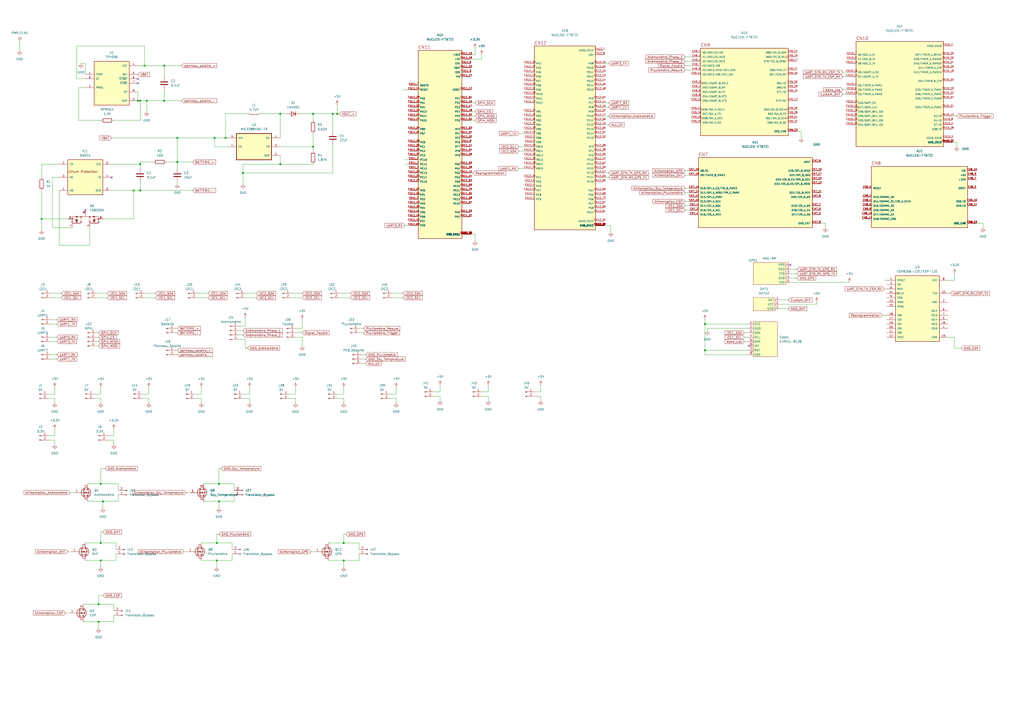
<source format=kicad_sch>
(kicad_sch (version 20211123) (generator eeschema)
  (paper "A2")
  (lib_symbols
    (symbol "Capteur:CJMCU-8128"
      (property "Reference" "Capt" (at -7.62 8.89 0))
      (property "Value" "CJMCU-8128" (at 3.81 0 90))
      (symbol "CJMCU-8128_1_1"
        (pin output line (at -10.16 6.35 0) (length 2.54) (name "VCC") (number "1"))
        (pin output line (at -10.16 3.81 0) (length 2.54) (name "GND") (number "2"))
        (pin output line (at -10.16 1.27 0) (length 2.54) (name "SDA") (number "3"))
        (pin output line (at -10.16 -1.27 0) (length 2.54) (name "SCL") (number "4"))
        (pin output inverted (at -10.16 -3.81 0) (length 2.54) (name "WAK") (number "5"))
        (pin output inverted (at -10.16 -6.35 0) (length 2.54) (name "INT") (number "6"))
        (pin output inverted (at -10.16 -8.89 0) (length 2.54) (name "RST") (number "7"))
        (pin output line (at -10.16 -11.43 0) (length 2.54) (name "ADD") (number "8"))
      )
    )
    (symbol "Connector:Conn_01x02_Male" (pin_names (offset 1.016) hide)
      (property "Reference" "J" (at 0 2.54 0))
      (property "Value" "Conn_01x02_Male" (at 0 -5.08 0))
      (symbol "Conn_01x02_Male_1_1"
        (pin passive line (at 5.08 0 180) (length 3.81) (name "Pin_1") (number "1"))
        (pin passive line (at 5.08 -2.54 180) (length 3.81) (name "Pin_2") (number "2"))
      )
    )
    (symbol "Connector:Conn_01x03_Male" (pin_names (offset 1.016) hide)
      (property "Reference" "J" (at 0 5.08 0))
      (property "Value" "Conn_01x03_Male" (at 0 -5.08 0))
      (symbol "Conn_01x03_Male_1_1"
        (pin passive line (at 5.08 2.54 180) (length 3.81) (name "Pin_1") (number "1"))
        (pin passive line (at 5.08 0 180) (length 3.81) (name "Pin_2") (number "2"))
        (pin passive line (at 5.08 -2.54 180) (length 3.81) (name "Pin_3") (number "3"))
      )
    )
    (symbol "Connector:Conn_01x04_Male" (pin_names (offset 1.016) hide)
      (property "Reference" "J" (at 0 5.08 0))
      (property "Value" "Conn_01x04_Male" (at 0 -7.62 0))
      (symbol "Conn_01x04_Male_1_1"
        (pin passive line (at 5.08 2.54 180) (length 3.81) (name "Pin_1") (number "1"))
        (pin passive line (at 5.08 0 180) (length 3.81) (name "Pin_2") (number "2"))
        (pin passive line (at 5.08 -2.54 180) (length 3.81) (name "Pin_3") (number "3"))
        (pin passive line (at 5.08 -5.08 180) (length 3.81) (name "Pin_4") (number "4"))
      )
    )
    (symbol "DHT:DHT22" (pin_names (offset 0.54))
      (property "Reference" "DHT?" (at 0 8.89 0))
      (property "Value" "DHT22" (at 0 6.35 0))
      (symbol "DHT22_1_1"
        (pin output line (at 8.89 2.54 180) (length 2.54) (name "DAT") (number "1"))
        (pin output line (at 8.89 0 180) (length 2.54) (name "VCC") (number "2"))
        (pin output line (at 8.89 -2.54 180) (length 2.54) (name "GND") (number "3"))
      )
    )
    (symbol "DW01A:DW01A" (pin_names (offset 1.016))
      (property "Reference" "IC" (at -5.08 11.43 0))
      (property "Value" "DW01A" (at -5.08 -12.7 0))
      (symbol "DW01A_0_0"
        (text "Lithium Protection" (at -7.112 2.54 0) (effects (font (size 1.27 1.27)) (justify left bottom)))
        (pin bidirectional line (at 15.24 -7.62 180) (length 5.08) (name "OD") (number "1"))
        (pin bidirectional line (at 15.24 7.62 180) (length 5.08) (name "CS") (number "2"))
        (pin bidirectional line (at 15.24 0 180) (length 5.08) (name "OC") (number "3"))
        (pin bidirectional line (at -15.24 0 0) (length 5.08) (name "TD") (number "4"))
        (pin power_in line (at -15.24 7.62 0) (length 5.08) (name "VCC") (number "5"))
        (pin power_in line (at -15.24 -7.62 0) (length 5.08) (name "GND") (number "6"))
      )
    )
    (symbol "Device:C" (pin_numbers hide) (pin_names (offset 0.254))
      (property "Reference" "C" (at 0.635 2.54 0))
      (property "Value" "C" (at 0.635 -2.54 0))
      (symbol "C_1_1"
        (pin passive line (at 0 3.81 270) (length 2.794) (name "~") (number "1"))
        (pin passive line (at 0 -3.81 90) (length 2.794) (name "~") (number "2"))
      )
    )
    (symbol "Device:L" (pin_numbers hide) (pin_names (offset 1.016) hide)
      (property "Reference" "L" (at -1.27 0 90))
      (property "Value" "L" (at 1.905 0 90))
      (symbol "L_1_1"
        (pin passive line (at 0 3.81 270) (length 1.27) (name "1") (number "1"))
        (pin passive line (at 0 -3.81 90) (length 1.27) (name "2") (number "2"))
      )
    )
    (symbol "Device:Q_NMOS_GSD" (pin_names (offset 0) hide)
      (property "Reference" "Q" (at 5.08 1.27 0))
      (property "Value" "Q_NMOS_GSD" (at 5.08 -1.27 0))
      (symbol "Q_NMOS_GSD_1_1"
        (pin input line (at -5.08 0 0) (length 2.54) (name "G") (number "1"))
        (pin passive line (at 2.54 -5.08 90) (length 2.54) (name "S") (number "2"))
        (pin passive line (at 2.54 5.08 270) (length 2.54) (name "D") (number "3"))
      )
    )
    (symbol "Device:R" (pin_numbers hide) (pin_names (offset 0))
      (property "Reference" "R" (at 2.032 0 90))
      (property "Value" "R" (at 0 0 90))
      (symbol "R_1_1"
        (pin passive line (at 0 3.81 270) (length 1.27) (name "~") (number "1"))
        (pin passive line (at 0 -3.81 90) (length 1.27) (name "~") (number "2"))
      )
    )
    (symbol "Diode:1N4001" (pin_numbers hide) (pin_names (offset 1.016) hide)
      (property "Reference" "D" (at 0 2.54 0))
      (property "Value" "1N4001" (at 0 -2.54 0))
      (symbol "1N4001_1_1"
        (pin passive line (at -3.81 0 0) (length 2.54) (name "K") (number "1"))
        (pin passive line (at 3.81 0 180) (length 2.54) (name "A") (number "2"))
      )
    )
    (symbol "ESP8266-12E_ESP-12E:ESP8266-12E{slash}ESP-12E" (pin_names (offset 1.016))
      (property "Reference" "U" (at -12.7161 18.3112 0))
      (property "Value" "ESP8266-12E{slash}ESP-12E" (at -12.7084 -23.3835 0))
      (symbol "ESP8266-12E{slash}ESP-12E_0_0"
        (pin input line (at -17.78 15.24 0) (length 5.08) (name "RESET") (number "1"))
        (pin bidirectional line (at -17.78 0 0) (length 5.08) (name "MISO") (number "10"))
        (pin bidirectional line (at -17.78 -15.24 0) (length 5.08) (name "IO9") (number "11"))
        (pin bidirectional line (at -17.78 -17.78 0) (length 5.08) (name "IO10") (number "12"))
        (pin bidirectional line (at -17.78 2.54 0) (length 5.08) (name "MOSI") (number "13"))
        (pin input clock (at -17.78 7.62 0) (length 5.08) (name "SCLK") (number "14"))
        (pin power_in line (at 17.78 -17.78 180) (length 5.08) (name "GND") (number "15"))
        (pin bidirectional line (at 17.78 -10.16 180) (length 5.08) (name "IO15") (number "16"))
        (pin bidirectional line (at -17.78 -7.62 0) (length 5.08) (name "IO2") (number "17"))
        (pin bidirectional line (at -17.78 -5.08 0) (length 5.08) (name "IO0") (number "18"))
        (pin bidirectional line (at -17.78 -10.16 0) (length 5.08) (name "IO4") (number "19"))
        (pin passive line (at 17.78 2.54 180) (length 5.08) (name "ADC") (number "2"))
        (pin bidirectional line (at -17.78 -12.7 0) (length 5.08) (name "IO5") (number "20"))
        (pin input line (at -17.78 10.16 0) (length 5.08) (name "RXD") (number "21"))
        (pin output line (at 17.78 7.62 180) (length 5.08) (name "TXD") (number "22"))
        (pin input line (at -17.78 12.7 0) (length 5.08) (name "EN") (number "3"))
        (pin bidirectional line (at 17.78 -12.7 180) (length 5.08) (name "IO16") (number "4"))
        (pin bidirectional line (at 17.78 -7.62 180) (length 5.08) (name "IO14") (number "5"))
        (pin bidirectional line (at 17.78 -2.54 180) (length 5.08) (name "IO12") (number "6"))
        (pin bidirectional line (at 17.78 -5.08 180) (length 5.08) (name "IO13") (number "7"))
        (pin power_in line (at 17.78 15.24 180) (length 5.08) (name "VCC") (number "8"))
        (pin input line (at -17.78 5.08 0) (length 5.08) (name "CS0") (number "9"))
      )
    )
    (symbol "FS8205A:FS8205A" (pin_names (offset 1.016))
      (property "Reference" "Q" (at -11.43 7.62 0))
      (property "Value" "FS8205A" (at -11.43 -12.7 0))
      (symbol "FS8205A_0_0"
        (pin passive line (at 5.08 0 180) (length 2.54) (name "~") (number "1"))
        (pin passive line (at 0 -10.16 90) (length 2.54) (name "~") (number "2"))
        (pin passive line (at 0 -10.16 90) (length 2.54) (name "~") (number "3"))
        (pin passive line (at -5.08 -7.62 0) (length 2.54) (name "~") (number "4"))
        (pin passive line (at -5.08 2.54 0) (length 2.54) (name "~") (number "5"))
        (pin passive line (at 0 10.16 270) (length 2.54) (name "~") (number "6"))
        (pin passive line (at 0 10.16 270) (length 2.54) (name "~") (number "7"))
        (pin passive line (at 5.08 0 180) (length 2.54) (name "~") (number "8"))
      )
    )
    (symbol "GPS:Neo-6M" (pin_names (offset 0.54))
      (property "Reference" "GPS?" (at -3.175 10.16 0))
      (property "Value" "Neo-6M" (at -3.175 7.62 0))
      (symbol "Neo-6M_1_1"
        (pin output line (at 8.89 3.81 180) (length 2.54) (name "PPS") (number "1"))
        (pin output line (at 8.89 1.27 180) (length 2.54) (name "RXD") (number "2"))
        (pin output line (at 8.89 -1.27 180) (length 2.54) (name "TXD") (number "3"))
        (pin output line (at 8.89 -3.81 180) (length 2.54) (name "GND") (number "4"))
        (pin output line (at 8.89 -6.35 180) (length 2.54) (name "VDD") (number "5"))
      )
    )
    (symbol "MIC2288YD5-TR:MIC2288YD5-TR" (pin_names (offset 1.016))
      (property "Reference" "U" (at -10.16 8.62 0))
      (property "Value" "MIC2288YD5-TR" (at -10.16 -11.62 0))
      (symbol "MIC2288YD5-TR_0_0"
        (pin input line (at 15.24 5.08 180) (length 5.08) (name "SW") (number "1"))
        (pin power_in line (at 15.24 -5.08 180) (length 5.08) (name "GND") (number "2"))
        (pin input line (at 15.24 0 180) (length 5.08) (name "FB") (number "3"))
        (pin input line (at -15.24 0 0) (length 5.08) (name "EN") (number "4"))
        (pin input line (at -15.24 5.08 0) (length 5.08) (name "VIN") (number "5"))
      )
    )
    (symbol "NUCLEO-F767ZI:NUCLEO-F767ZI" (pin_names (offset 1.016))
      (property "Reference" "A" (at -12.7 57.15 0))
      (property "Value" "NUCLEO-F767ZI" (at -12.7 -57.15 0))
      (symbol "NUCLEO-F767ZI_1_0"
        (text "CN11" (at -12.7 54.102 0) (effects (font (size 1.778 1.778)) (justify left bottom)))
        (pin bidirectional line (at -17.78 -10.16 0) (length 5.08) (name "PC10") (number "CN11_1"))
        (pin bidirectional line (at 17.78 -2.54 180) (length 5.08) (name "PF7") (number "CN11_11"))
        (pin bidirectional line (at 17.78 30.48 180) (length 5.08) (name "IOREF") (number "CN11_12"))
        (pin bidirectional line (at -17.78 17.78 0) (length 5.08) (name "PA13") (number "CN11_13"))
        (pin bidirectional line (at -17.78 30.48 0) (length 5.08) (name "RESET") (number "CN11_14"))
        (pin bidirectional line (at -17.78 15.24 0) (length 5.08) (name "PA14") (number "CN11_15"))
        (pin power_in line (at 17.78 50.8 180) (length 5.08) (name "+3V3") (number "CN11_16"))
        (pin bidirectional line (at -17.78 12.7 0) (length 5.08) (name "PA15") (number "CN11_17"))
        (pin power_in line (at 17.78 48.26 180) (length 5.08) (name "+5V") (number "CN11_18"))
        (pin power_in line (at 17.78 -53.34 180) (length 5.08) (name "GND_CN11") (number "CN11_19"))
        (pin bidirectional line (at -17.78 -12.7 0) (length 5.08) (name "PC11") (number "CN11_2"))
        (pin power_in line (at 17.78 -53.34 180) (length 5.08) (name "GND_CN11") (number "CN11_20"))
        (pin bidirectional line (at -17.78 5.08 0) (length 5.08) (name "PB7") (number "CN11_21"))
        (pin power_in line (at 17.78 -53.34 180) (length 5.08) (name "GND_CN11") (number "CN11_22"))
        (pin bidirectional line (at -17.78 -17.78 0) (length 5.08) (name "PC13") (number "CN11_23"))
        (pin power_in line (at 17.78 38.1 180) (length 5.08) (name "VIN") (number "CN11_24"))
        (pin bidirectional line (at -17.78 -20.32 0) (length 5.08) (name "PC14") (number "CN11_25"))
        (pin bidirectional line (at -17.78 -22.86 0) (length 5.08) (name "PC15") (number "CN11_27"))
        (pin bidirectional line (at -17.78 25.4 0) (length 5.08) (name "PA0") (number "CN11_28"))
        (pin bidirectional line (at 17.78 -40.64 180) (length 5.08) (name "PH0") (number "CN11_29"))
        (pin bidirectional line (at -17.78 -15.24 0) (length 5.08) (name "PC12") (number "CN11_3"))
        (pin bidirectional line (at -17.78 22.86 0) (length 5.08) (name "PA1") (number "CN11_30"))
        (pin bidirectional line (at 17.78 -43.18 180) (length 5.08) (name "PH1") (number "CN11_31"))
        (pin bidirectional line (at -17.78 20.32 0) (length 5.08) (name "PA4") (number "CN11_32"))
        (pin power_in line (at 17.78 43.18 180) (length 5.08) (name "VBAT") (number "CN11_33"))
        (pin bidirectional line (at -17.78 7.62 0) (length 5.08) (name "PB0") (number "CN11_34"))
        (pin bidirectional line (at -17.78 -5.08 0) (length 5.08) (name "PC2") (number "CN11_35"))
        (pin bidirectional line (at -17.78 -2.54 0) (length 5.08) (name "PC1") (number "CN11_36"))
        (pin bidirectional line (at -17.78 -7.62 0) (length 5.08) (name "PC3") (number "CN11_37"))
        (pin bidirectional line (at -17.78 0 0) (length 5.08) (name "PC0") (number "CN11_38"))
        (pin bidirectional line (at -17.78 -38.1 0) (length 5.08) (name "PD4") (number "CN11_39"))
        (pin bidirectional line (at -17.78 -33.02 0) (length 5.08) (name "PD2") (number "CN11_4"))
        (pin bidirectional line (at -17.78 -35.56 0) (length 5.08) (name "PD3") (number "CN11_40"))
        (pin bidirectional line (at -17.78 -40.64 0) (length 5.08) (name "PD5") (number "CN11_41"))
        (pin bidirectional line (at 17.78 -17.78 180) (length 5.08) (name "PG2") (number "CN11_42"))
        (pin bidirectional line (at -17.78 -43.18 0) (length 5.08) (name "PD6") (number "CN11_43"))
        (pin bidirectional line (at 17.78 -20.32 180) (length 5.08) (name "PG3") (number "CN11_44"))
        (pin bidirectional line (at -17.78 -45.72 0) (length 5.08) (name "PD7") (number "CN11_45"))
        (pin bidirectional line (at 17.78 22.86 180) (length 5.08) (name "PE2") (number "CN11_46"))
        (pin bidirectional line (at 17.78 20.32 180) (length 5.08) (name "PE3") (number "CN11_47"))
        (pin bidirectional line (at 17.78 17.78 180) (length 5.08) (name "PE4") (number "CN11_48"))
        (pin power_in line (at 17.78 -53.34 180) (length 5.08) (name "GND_CN11") (number "CN11_49"))
        (pin power_in line (at 17.78 40.64 180) (length 5.08) (name "VDD") (number "CN11_5"))
        (pin bidirectional line (at 17.78 15.24 180) (length 5.08) (name "PE5") (number "CN11_50"))
        (pin bidirectional line (at 17.78 5.08 180) (length 5.08) (name "PF1") (number "CN11_51"))
        (pin bidirectional line (at 17.78 2.54 180) (length 5.08) (name "PF2") (number "CN11_52"))
        (pin bidirectional line (at 17.78 7.62 180) (length 5.08) (name "PF0") (number "CN11_53"))
        (pin bidirectional line (at 17.78 -5.08 180) (length 5.08) (name "PF8") (number "CN11_54"))
        (pin bidirectional line (at -17.78 -30.48 0) (length 5.08) (name "PD1") (number "CN11_55"))
        (pin bidirectional line (at 17.78 -7.62 180) (length 5.08) (name "PF9") (number "CN11_56"))
        (pin bidirectional line (at -17.78 -27.94 0) (length 5.08) (name "PD0") (number "CN11_57"))
        (pin bidirectional line (at 17.78 -15.24 180) (length 5.08) (name "PG1") (number "CN11_58"))
        (pin bidirectional line (at 17.78 -12.7 180) (length 5.08) (name "PG0") (number "CN11_59"))
        (pin power_in line (at 17.78 45.72 180) (length 5.08) (name "E5V") (number "CN11_6"))
        (pin power_in line (at 17.78 -53.34 180) (length 5.08) (name "GND_CN11") (number "CN11_60"))
        (pin bidirectional line (at 17.78 25.4 180) (length 5.08) (name "PE1") (number "CN11_61"))
        (pin bidirectional line (at 17.78 12.7 180) (length 5.08) (name "PE6") (number "CN11_62"))
        (pin bidirectional line (at 17.78 -22.86 180) (length 5.08) (name "PG9") (number "CN11_63"))
        (pin bidirectional line (at 17.78 -35.56 180) (length 5.08) (name "PG15") (number "CN11_64"))
        (pin bidirectional line (at 17.78 -30.48 180) (length 5.08) (name "PG12") (number "CN11_65"))
        (pin bidirectional line (at 17.78 -25.4 180) (length 5.08) (name "PG10") (number "CN11_66"))
        (pin bidirectional line (at 17.78 -33.02 180) (length 5.08) (name "PG13") (number "CN11_68"))
        (pin bidirectional line (at -17.78 -48.26 0) (length 5.08) (name "PD9") (number "CN11_69"))
        (pin bidirectional line (at -17.78 33.02 0) (length 5.08) (name "BOOT0") (number "CN11_7"))
        (pin bidirectional line (at 17.78 -27.94 180) (length 5.08) (name "PG11") (number "CN11_70"))
        (pin power_in line (at 17.78 -53.34 180) (length 5.08) (name "GND_CN11") (number "CN11_71"))
        (pin power_in line (at 17.78 -53.34 180) (length 5.08) (name "GND_CN11") (number "CN11_72"))
        (pin power_in line (at 17.78 -53.34 180) (length 5.08) (name "GND_CN11") (number "CN11_8"))
        (pin bidirectional line (at 17.78 0 180) (length 5.08) (name "PF6") (number "CN11_9"))
      )
      (symbol "NUCLEO-F767ZI_2_0"
        (text "CN12" (at -17.78 54.102 0) (effects (font (size 1.778 1.778)) (justify left bottom)))
        (pin bidirectional line (at -22.86 -35.56 0) (length 5.08) (name "PC9") (number "CN12_1"))
        (pin bidirectional line (at 22.86 43.18 180) (length 5.08) (name "PD8") (number "CN12_10"))
        (pin bidirectional line (at -22.86 38.1 0) (length 5.08) (name "PA5") (number "CN12_11"))
        (pin bidirectional line (at -22.86 20.32 0) (length 5.08) (name "PA12") (number "CN12_12"))
        (pin bidirectional line (at -22.86 35.56 0) (length 5.08) (name "PA6") (number "CN12_13"))
        (pin bidirectional line (at -22.86 22.86 0) (length 5.08) (name "PA11") (number "CN12_14"))
        (pin bidirectional line (at -22.86 33.02 0) (length 5.08) (name "PA7") (number "CN12_15"))
        (pin bidirectional line (at -22.86 -10.16 0) (length 5.08) (name "PB12") (number "CN12_16"))
        (pin bidirectional line (at -22.86 2.54 0) (length 5.08) (name "PB6") (number "CN12_17"))
        (pin bidirectional line (at -22.86 -7.62 0) (length 5.08) (name "PB11") (number "CN12_18"))
        (pin bidirectional line (at -22.86 -30.48 0) (length 5.08) (name "PC7") (number "CN12_19"))
        (pin bidirectional line (at -22.86 -33.02 0) (length 5.08) (name "PC8") (number "CN12_2"))
        (pin power_in line (at 22.86 -50.8 180) (length 5.08) (name "GND_CN12") (number "CN12_20"))
        (pin bidirectional line (at -22.86 27.94 0) (length 5.08) (name "PA9") (number "CN12_21"))
        (pin bidirectional line (at -22.86 12.7 0) (length 5.08) (name "PB2") (number "CN12_22"))
        (pin bidirectional line (at -22.86 30.48 0) (length 5.08) (name "PA8") (number "CN12_23"))
        (pin bidirectional line (at -22.86 15.24 0) (length 5.08) (name "PB1") (number "CN12_24"))
        (pin bidirectional line (at -22.86 -5.08 0) (length 5.08) (name "PB10") (number "CN12_25"))
        (pin bidirectional line (at -22.86 -17.78 0) (length 5.08) (name "PB15") (number "CN12_26"))
        (pin bidirectional line (at -22.86 7.62 0) (length 5.08) (name "PB4") (number "CN12_27"))
        (pin bidirectional line (at -22.86 -15.24 0) (length 5.08) (name "PB14") (number "CN12_28"))
        (pin bidirectional line (at -22.86 5.08 0) (length 5.08) (name "PB5") (number "CN12_29"))
        (pin bidirectional line (at -22.86 0 0) (length 5.08) (name "PB8") (number "CN12_3"))
        (pin bidirectional line (at -22.86 -12.7 0) (length 5.08) (name "PB13") (number "CN12_30"))
        (pin bidirectional line (at -22.86 10.16 0) (length 5.08) (name "PB3") (number "CN12_31"))
        (pin power_in line (at 22.86 -48.26 180) (length 5.08) (name "AGND_CN12") (number "CN12_32"))
        (pin bidirectional line (at -22.86 25.4 0) (length 5.08) (name "PA10") (number "CN12_33"))
        (pin bidirectional line (at -22.86 -22.86 0) (length 5.08) (name "PC4") (number "CN12_34"))
        (pin bidirectional line (at -22.86 43.18 0) (length 5.08) (name "PA2") (number "CN12_35"))
        (pin bidirectional line (at 22.86 -10.16 180) (length 5.08) (name "PF5") (number "CN12_36"))
        (pin bidirectional line (at -22.86 40.64 0) (length 5.08) (name "PA3") (number "CN12_37"))
        (pin bidirectional line (at 22.86 -7.62 180) (length 5.08) (name "PF4") (number "CN12_38"))
        (pin power_in line (at 22.86 -50.8 180) (length 5.08) (name "GND_CN12") (number "CN12_39"))
        (pin bidirectional line (at -22.86 -27.94 0) (length 5.08) (name "PC6") (number "CN12_4"))
        (pin bidirectional line (at 22.86 17.78 180) (length 5.08) (name "PE8") (number "CN12_40"))
        (pin bidirectional line (at 22.86 33.02 180) (length 5.08) (name "PD13") (number "CN12_41"))
        (pin bidirectional line (at 22.86 -12.7 180) (length 5.08) (name "PF10") (number "CN12_42"))
        (pin bidirectional line (at 22.86 35.56 180) (length 5.08) (name "PD12") (number "CN12_43"))
        (pin bidirectional line (at 22.86 20.32 180) (length 5.08) (name "PE7") (number "CN12_44"))
        (pin bidirectional line (at 22.86 38.1 180) (length 5.08) (name "PD11") (number "CN12_45"))
        (pin bidirectional line (at 22.86 30.48 180) (length 5.08) (name "PD14") (number "CN12_46"))
        (pin bidirectional line (at 22.86 12.7 180) (length 5.08) (name "PE10") (number "CN12_47"))
        (pin bidirectional line (at 22.86 27.94 180) (length 5.08) (name "PD15") (number "CN12_48"))
        (pin bidirectional line (at 22.86 7.62 180) (length 5.08) (name "PE12") (number "CN12_49"))
        (pin bidirectional line (at -22.86 -2.54 0) (length 5.08) (name "PB9") (number "CN12_5"))
        (pin bidirectional line (at 22.86 -22.86 180) (length 5.08) (name "PF14") (number "CN12_50"))
        (pin bidirectional line (at 22.86 2.54 180) (length 5.08) (name "PE14") (number "CN12_51"))
        (pin bidirectional line (at 22.86 15.24 180) (length 5.08) (name "PE9") (number "CN12_52"))
        (pin bidirectional line (at 22.86 0 180) (length 5.08) (name "PE15") (number "CN12_53"))
        (pin power_in line (at 22.86 -50.8 180) (length 5.08) (name "GND_CN12") (number "CN12_54"))
        (pin bidirectional line (at 22.86 5.08 180) (length 5.08) (name "PE13") (number "CN12_55"))
        (pin bidirectional line (at 22.86 10.16 180) (length 5.08) (name "PE11") (number "CN12_56"))
        (pin bidirectional line (at 22.86 -20.32 180) (length 5.08) (name "PF13") (number "CN12_57"))
        (pin bidirectional line (at 22.86 -5.08 180) (length 5.08) (name "PF3") (number "CN12_58"))
        (pin bidirectional line (at 22.86 -17.78 180) (length 5.08) (name "PF12") (number "CN12_59"))
        (pin bidirectional line (at -22.86 -25.4 0) (length 5.08) (name "PC5") (number "CN12_6"))
        (pin bidirectional line (at 22.86 -25.4 180) (length 5.08) (name "PF15") (number "CN12_60"))
        (pin bidirectional line (at 22.86 -43.18 180) (length 5.08) (name "PG14") (number "CN12_61"))
        (pin bidirectional line (at 22.86 -15.24 180) (length 5.08) (name "PF11") (number "CN12_62"))
        (pin power_in line (at 22.86 -50.8 180) (length 5.08) (name "GND_CN12") (number "CN12_63"))
        (pin bidirectional line (at 22.86 22.86 180) (length 5.08) (name "PE0") (number "CN12_64"))
        (pin bidirectional line (at 22.86 40.64 180) (length 5.08) (name "PD10") (number "CN12_65"))
        (pin bidirectional line (at 22.86 -40.64 180) (length 5.08) (name "PG8") (number "CN12_66"))
        (pin bidirectional line (at 22.86 -38.1 180) (length 5.08) (name "PG7") (number "CN12_67"))
        (pin bidirectional line (at 22.86 -33.02 180) (length 5.08) (name "PG5") (number "CN12_68"))
        (pin bidirectional line (at 22.86 -30.48 180) (length 5.08) (name "PG4") (number "CN12_69"))
        (pin power_in line (at 22.86 50.8 180) (length 5.08) (name "AVDD_CN12") (number "CN12_7"))
        (pin bidirectional line (at 22.86 -35.56 180) (length 5.08) (name "PG6") (number "CN12_70"))
        (pin power_in line (at 22.86 -50.8 180) (length 5.08) (name "GND_CN12") (number "CN12_71"))
        (pin power_in line (at 22.86 -50.8 180) (length 5.08) (name "GND_CN12") (number "CN12_72"))
        (pin power_in line (at 22.86 48.26 180) (length 5.08) (name "U5V") (number "CN12_8"))
        (pin power_in line (at 22.86 -50.8 180) (length 5.08) (name "GND_CN12") (number "CN12_9"))
      )
      (symbol "NUCLEO-F767ZI_3_0"
        (text "CN8" (at -27.94 18.542 0) (effects (font (size 1.778 1.778)) (justify left bottom)))
        (pin bidirectional line (at -33.02 -10.16 0) (length 5.08) (name "D47/SDMMC_CK") (number "CN8_10"))
        (pin power_in line (at 33.02 -15.24 180) (length 5.08) (name "GND_CN8") (number "CN8_11"))
        (pin bidirectional line (at -33.02 -12.7 0) (length 5.08) (name "D48/SDMMC_CMD") (number "CN8_12"))
        (pin power_in line (at 33.02 -15.24 180) (length 5.08) (name "GND_CN8") (number "CN8_13"))
        (pin bidirectional line (at 33.02 -5.08 180) (length 5.08) (name "D49/IO") (number "CN8_14"))
        (pin power_in line (at 33.02 15.24 180) (length 5.08) (name "VIN") (number "CN8_15"))
        (pin bidirectional line (at 33.02 -2.54 180) (length 5.08) (name "D50/IO") (number "CN8_16"))
        (pin bidirectional line (at -33.02 0 0) (length 5.08) (name "D43/SDMMC_D0") (number "CN8_2"))
        (pin bidirectional line (at 33.02 5.08 180) (length 5.08) (name "IOREF") (number "CN8_3"))
        (pin bidirectional line (at -33.02 -2.54 0) (length 5.08) (name "D44/SDMMC_D1/I2S_A_CKIN") (number "CN8_4"))
        (pin bidirectional line (at -33.02 5.08 0) (length 5.08) (name "RESET") (number "CN8_5"))
        (pin bidirectional line (at -33.02 -5.08 0) (length 5.08) (name "D45/SDMMC_D2") (number "CN8_6"))
        (pin power_in line (at 33.02 10.16 180) (length 5.08) (name "+3V3") (number "CN8_7"))
        (pin bidirectional line (at -33.02 -7.62 0) (length 5.08) (name "D46/SDMMC_D3") (number "CN8_8"))
        (pin power_in line (at 33.02 12.7 180) (length 5.08) (name "+5V") (number "CN8_9"))
      )
      (symbol "NUCLEO-F767ZI_4_0"
        (text "CN9" (at -25.4 26.162 0) (effects (font (size 1.778 1.778)) (justify left bottom)))
        (pin input line (at -30.48 22.86 0) (length 5.08) (name "A0/ADC123_IN3") (number "CN9_1"))
        (pin bidirectional line (at -30.48 -5.08 0) (length 5.08) (name "D55/USART_B_CTS") (number "CN9_10"))
        (pin input line (at -30.48 10.16 0) (length 5.08) (name "A5/ADC3_IN8/I2C1_SCL") (number "CN9_11"))
        (pin power_in line (at 30.48 -22.86 180) (length 5.08) (name "GND_CN9") (number "CN9_12"))
        (pin bidirectional line (at 30.48 -5.08 180) (length 5.08) (name "D72/NC") (number "CN9_13"))
        (pin bidirectional clock (at -30.48 -10.16 0) (length 5.08) (name "D56/SAI_A_MCLK") (number "CN9_14"))
        (pin bidirectional line (at 30.48 0 180) (length 5.08) (name "D71/IO") (number "CN9_15"))
        (pin bidirectional line (at -30.48 -12.7 0) (length 5.08) (name "D57/SAI_A_FS") (number "CN9_16"))
        (pin bidirectional line (at 30.48 17.78 180) (length 5.08) (name "D70/I2C_B_SMBA") (number "CN9_17"))
        (pin bidirectional clock (at -30.48 -15.24 0) (length 5.08) (name "D58/SAI_A_SCK") (number "CN9_18"))
        (pin bidirectional clock (at 30.48 20.32 180) (length 5.08) (name "D69/I2C_B_SCL") (number "CN9_19"))
        (pin bidirectional clock (at -30.48 5.08 0) (length 5.08) (name "D51/USART_B_SCLK") (number "CN9_2"))
        (pin bidirectional line (at -30.48 -17.78 0) (length 5.08) (name "D59/SAI_A_SD") (number "CN9_20"))
        (pin bidirectional line (at 30.48 22.86 180) (length 5.08) (name "D68/I2C_B_SDA") (number "CN9_21"))
        (pin bidirectional line (at 30.48 -17.78 180) (length 5.08) (name "D60/SAI_B_SD") (number "CN9_22"))
        (pin power_in line (at 30.48 -22.86 180) (length 5.08) (name "GND_CN9") (number "CN9_23"))
        (pin bidirectional clock (at 30.48 -15.24 180) (length 5.08) (name "D61/SAI_B_SCK") (number "CN9_24"))
        (pin input line (at 30.48 10.16 180) (length 5.08) (name "D67/CAN_RX") (number "CN9_25"))
        (pin bidirectional clock (at 30.48 -10.16 180) (length 5.08) (name "D62/SAI_B_MCLK") (number "CN9_26"))
        (pin output line (at 30.48 12.7 180) (length 5.08) (name "D66/CAN_TX") (number "CN9_27"))
        (pin bidirectional line (at 30.48 -12.7 180) (length 5.08) (name "D63/SAI_B_FS") (number "CN9_28"))
        (pin bidirectional line (at 30.48 2.54 180) (length 5.08) (name "D65/IO") (number "CN9_29"))
        (pin input line (at -30.48 20.32 0) (length 5.08) (name "A1/ADC123_IN10") (number "CN9_3"))
        (pin bidirectional line (at 30.48 5.08 180) (length 5.08) (name "D64/IO") (number "CN9_30"))
        (pin bidirectional line (at -30.48 2.54 0) (length 5.08) (name "D52/USART_B_RX") (number "CN9_4"))
        (pin input line (at -30.48 17.78 0) (length 5.08) (name "A2/ADC123_IN13") (number "CN9_5"))
        (pin bidirectional line (at -30.48 0 0) (length 5.08) (name "D53/USART_B_TX") (number "CN9_6"))
        (pin input line (at -30.48 15.24 0) (length 5.08) (name "A3/ADC3_IN9") (number "CN9_7"))
        (pin bidirectional line (at -30.48 -2.54 0) (length 5.08) (name "D54/USART_B_RTS") (number "CN9_8"))
        (pin input line (at -30.48 12.7 0) (length 5.08) (name "A4/ADC3_IN15/I2C1_SDA") (number "CN9_9"))
      )
      (symbol "NUCLEO-F767ZI_5_0"
        (text "CN7" (at -33.02 21.082 0) (effects (font (size 1.778 1.778)) (justify left bottom)))
        (pin bidirectional line (at -38.1 -12.7 0) (length 5.08) (name "D16/I2S_A_MCK") (number "CN7_1"))
        (pin bidirectional line (at -38.1 -5.08 0) (length 5.08) (name "D13/SPI_A_SCK") (number "CN7_10"))
        (pin bidirectional line (at 38.1 0 180) (length 5.08) (name "D21/I2S_B_MCK") (number "CN7_11"))
        (pin bidirectional line (at -38.1 -2.54 0) (length 5.08) (name "D12/SPI_A_MISO") (number "CN7_12"))
        (pin bidirectional line (at 38.1 5.08 180) (length 5.08) (name "D22/I2S_B_SD/SPI_B_MOSI") (number "CN7_13"))
        (pin bidirectional line (at -38.1 0 0) (length 5.08) (name "D11/SPI_A_MOSI/TIM_E_PWM1") (number "CN7_14"))
        (pin bidirectional line (at 38.1 7.62 180) (length 5.08) (name "D23/I2S_B_CK/SPI_B_SCK") (number "CN7_15"))
        (pin bidirectional line (at -38.1 2.54 0) (length 5.08) (name "D10/SPI_A_CS/TIM_B_PWM3") (number "CN7_16"))
        (pin bidirectional line (at 38.1 10.16 180) (length 5.08) (name "D24/SPI_B_NSS") (number "CN7_17"))
        (pin bidirectional line (at -38.1 10.16 0) (length 5.08) (name "D9/TIMER_B_PWM2") (number "CN7_18"))
        (pin bidirectional line (at 38.1 12.7 180) (length 5.08) (name "D25/SPI_B_MISO") (number "CN7_19"))
        (pin bidirectional line (at -38.1 -10.16 0) (length 5.08) (name "D15/I2C_A_SCL") (number "CN7_2"))
        (pin bidirectional line (at -38.1 12.7 0) (length 5.08) (name "D8/IO") (number "CN7_20"))
        (pin bidirectional line (at 38.1 -12.7 180) (length 5.08) (name "D17/I2S_A_SD") (number "CN7_3"))
        (pin bidirectional line (at -38.1 -7.62 0) (length 5.08) (name "D14/I2C_A_SDA") (number "CN7_4"))
        (pin bidirectional line (at 38.1 -10.16 180) (length 5.08) (name "D18/I2S_A_CK") (number "CN7_5"))
        (pin power_in line (at 38.1 17.78 180) (length 5.08) (name "AREF") (number "CN7_6"))
        (pin bidirectional line (at 38.1 -7.62 180) (length 5.08) (name "D19/I2S_A_WS") (number "CN7_7"))
        (pin power_in line (at 38.1 -17.78 180) (length 5.08) (name "GND_CN7") (number "CN7_8"))
        (pin bidirectional line (at 38.1 -2.54 180) (length 5.08) (name "D20/I2S_B_WS") (number "CN7_9"))
      )
      (symbol "NUCLEO-F767ZI_6_0"
        (text "CN10" (at -25.4 31.242 0) (effects (font (size 1.778 1.778)) (justify left bottom)))
        (pin power_in line (at 30.48 27.94 180) (length 5.08) (name "AVDD_CN10") (number "CN10_1"))
        (pin bidirectional line (at -30.48 0 0) (length 5.08) (name "D3/TIMER_A_PWM3") (number "CN10_10"))
        (pin input line (at -30.48 17.78 0) (length 5.08) (name "A8/ADC_C_IN") (number "CN10_11"))
        (pin bidirectional line (at 30.48 -12.7 180) (length 5.08) (name "D2/IO") (number "CN10_12"))
        (pin bidirectional line (at -30.48 -5.08 0) (length 5.08) (name "D26/QSPI_CS") (number "CN10_13"))
        (pin output line (at -30.48 10.16 0) (length 5.08) (name "D1/USART_A_TX") (number "CN10_14"))
        (pin bidirectional clock (at -30.48 -7.62 0) (length 5.08) (name "D27/QSPI_CLK") (number "CN10_15"))
        (pin input line (at -30.48 12.7 0) (length 5.08) (name "D0/USART_A_RX") (number "CN10_16"))
        (pin power_in line (at 30.48 -27.94 180) (length 5.08) (name "GND_CN10") (number "CN10_17"))
        (pin bidirectional line (at 30.48 12.7 180) (length 5.08) (name "D42/TIMER_A_PWM1N") (number "CN10_18"))
        (pin bidirectional line (at -30.48 -10.16 0) (length 5.08) (name "D28/QSPI_BK1_IO3") (number "CN10_19"))
        (pin bidirectional line (at 30.48 -17.78 180) (length 5.08) (name "D7/IO") (number "CN10_2"))
        (pin bidirectional line (at 30.48 15.24 180) (length 5.08) (name "D41/TIMER_A_ETR") (number "CN10_20"))
        (pin bidirectional line (at -30.48 -12.7 0) (length 5.08) (name "D29/QSPI_BK1_IO1") (number "CN10_21"))
        (pin power_in line (at 30.48 -27.94 180) (length 5.08) (name "GND_CN10") (number "CN10_22"))
        (pin bidirectional line (at -30.48 -15.24 0) (length 5.08) (name "D30/QSPI_BK1_IO0") (number "CN10_23"))
        (pin bidirectional line (at 30.48 17.78 180) (length 5.08) (name "D40/TIMER_A_PWM2N") (number "CN10_24"))
        (pin bidirectional line (at -30.48 -17.78 0) (length 5.08) (name "D31/QSPI_BK1_IO2") (number "CN10_25"))
        (pin bidirectional line (at 30.48 20.32 180) (length 5.08) (name "D39/TIMER_A_PWM3N") (number "CN10_26"))
        (pin power_in line (at 30.48 -27.94 180) (length 5.08) (name "GND_CN10") (number "CN10_27"))
        (pin bidirectional line (at 30.48 -20.32 180) (length 5.08) (name "D38/IO") (number "CN10_28"))
        (pin bidirectional line (at 30.48 2.54 180) (length 5.08) (name "D32/TIMER_C_PWM1") (number "CN10_29"))
        (pin power_in line (at 30.48 -25.4 180) (length 5.08) (name "AGND_CN10") (number "CN10_3"))
        (pin bidirectional line (at 30.48 22.86 180) (length 5.08) (name "D37/TIMER_A_BKIN1") (number "CN10_30"))
        (pin bidirectional line (at 30.48 -7.62 180) (length 5.08) (name "D33/TIMER_D_PWM1") (number "CN10_31"))
        (pin bidirectional line (at 30.48 0 180) (length 5.08) (name "D36/TIMER_C_PWM2") (number "CN10_32"))
        (pin bidirectional line (at 30.48 7.62 180) (length 5.08) (name "D34/TIMER_B_ETR") (number "CN10_33"))
        (pin bidirectional line (at 30.48 -2.54 180) (length 5.08) (name "D35/TIMER_C_PWM3") (number "CN10_34"))
        (pin bidirectional line (at -30.48 5.08 0) (length 5.08) (name "D6/TIMER_A_PWM1") (number "CN10_4"))
        (pin power_in line (at 30.48 -27.94 180) (length 5.08) (name "GND_CN10") (number "CN10_5"))
        (pin bidirectional line (at -30.48 2.54 0) (length 5.08) (name "D5/TIMER_A_PWM2") (number "CN10_6"))
        (pin input line (at -30.48 22.86 0) (length 5.08) (name "A6/ADC_A_IN") (number "CN10_7"))
        (pin bidirectional line (at 30.48 -15.24 180) (length 5.08) (name "D4/IO") (number "CN10_8"))
        (pin input line (at -30.48 20.32 0) (length 5.08) (name "A7/ADC_B_IN") (number "CN10_9"))
      )
    )
    (symbol "TP4056:TP4056" (pin_names (offset 1.016))
      (property "Reference" "U" (at -10.16 13.208 0))
      (property "Value" "TP4056" (at -10.16 -15.24 0))
      (symbol "TP4056_0_0"
        (pin input line (at -15.24 5.08 0) (length 5.08) (name "TEMP") (number "1"))
        (pin bidirectional line (at -15.24 -2.54 0) (length 5.08) (name "PROG") (number "2"))
        (pin power_in line (at 15.24 -10.16 180) (length 5.08) (name "GND") (number "3"))
        (pin power_in line (at 15.24 10.16 180) (length 5.08) (name "VCC") (number "4"))
        (pin output line (at 15.24 5.08 180) (length 5.08) (name "BAT") (number "5"))
        (pin output line (at 15.24 2.54 180) (length 5.08) (name "~{STDBY}") (number "6"))
        (pin output line (at 15.24 0 180) (length 5.08) (name "~{CHRG}") (number "7"))
        (pin input line (at -15.24 2.54 0) (length 5.08) (name "CE") (number "8"))
        (pin passive line (at 15.24 -5.08 180) (length 5.08) (name "EP") (number "9"))
      )
    )
    (symbol "power:+3.3V" (power) (pin_names (offset 0))
      (property "Value" "+3.3V" (at 0 3.556 0))
      (symbol "+3.3V_1_1"
        (pin power_in line (at 0 0 90) (length 0) hide (name "+3.3V") (number "1"))
      )
    )
    (symbol "power:+5V" (power) (pin_names (offset 0))
      (property "Value" "+5V" (at 0 3.556 0))
      (symbol "+5V_1_1"
        (pin power_in line (at 0 0 90) (length 0) hide (name "+5V") (number "1"))
      )
    )
    (symbol "power:GND" (power) (pin_names (offset 0))
      (property "Value" "GND" (at 0 -3.81 0))
      (symbol "GND_1_1"
        (pin power_in line (at 0 0 270) (length 0) hide (name "GND") (number "1"))
      )
    )
    (symbol "power:PWR_FLAG" (power) (pin_numbers hide) (pin_names (offset 0) hide)
      (property "Value" "PWR_FLAG" (at 0 3.81 0))
      (symbol "PWR_FLAG_0_0"
        (pin power_out line (at 0 0 90) (length 0) (name "pwr") (number "1"))
      )
    )
  )
  (junction (at 125.73 314.96))
  (junction (at 85.09 58.42))
  (junction (at 57.15 350.52))
  (junction (at 408.94 203.2))
  (junction (at 77.47 110.49))
  (junction (at 408.94 187.96))
  (junction (at 59.69 290.83))
  (junction (at 57.15 360.68))
  (junction (at 81.28 95.25))
  (junction (at 130.81 80.01))
  (junction (at 125.73 325.12))
  (junction (at 124.46 80.01))
  (junction (at 58.42 280.67))
  (junction (at 127 280.67))
  (junction (at 162.56 66.04))
  (junction (at 127 290.83))
  (junction (at 199.39 325.12))
  (junction (at 181.61 66.04))
  (junction (at 162.56 95.25))
  (junction (at 199.39 314.96))
  (junction (at 140.97 100.33))
  (junction (at 81.28 110.49))
  (junction (at 83.82 38.1))
  (junction (at 102.87 93.98))
  (junction (at 193.04 66.04))
  (junction (at 58.42 314.96))
  (junction (at 95.25 38.1))
  (junction (at 181.61 85.09))
  (junction (at 81.28 58.42))
  (junction (at 24.13 127))
  (junction (at 58.42 325.12))
  (junction (at 80.01 58.42))
  (junction (at 195.58 66.04))
  (junction (at 95.25 58.42))
  (junction (at 102.87 80.01))
  (no_connect (at 64.77 102.87))
  (no_connect (at 80.01 48.26))
  (no_connect (at 458.47 153.67))
  (no_connect (at 434.34 200.66))
  (no_connect (at 49.53 121.92))
  (no_connect (at 80.01 45.72))
  (wire (pts (xy 168.91 172.72) (xy 175.26 172.72)))
  (wire (pts (xy 130.81 66.04) (xy 130.81 80.01)))
  (wire (pts (xy 226.06 231.14) (xy 229.87 231.14)))
  (wire (pts (xy 350.52 59.69) (xy 353.06 59.69)))
  (wire (pts (xy 138.43 189.23) (xy 142.24 189.23)))
  (wire (pts (xy 40.64 285.75) (xy 43.18 285.75)))
  (wire (pts (xy 488.95 44.45) (xy 491.49 44.45)))
  (wire (pts (xy 58.42 280.67) (xy 68.58 280.67)))
  (wire (pts (xy 82.55 231.14) (xy 86.36 231.14)))
  (wire (pts (xy 116.84 231.14) (xy 116.84 233.68)))
  (wire (pts (xy 58.42 325.12) (xy 67.31 325.12)))
  (wire (pts (xy 251.46 227.33) (xy 255.27 227.33)))
  (wire (pts (xy 199.39 314.96) (xy 208.28 314.96)))
  (wire (pts (xy 55.88 200.66) (xy 57.15 200.66)))
  (wire (pts (xy 66.04 360.68) (xy 66.04 356.87)))
  (wire (pts (xy 275.59 135.89) (xy 275.59 139.7)))
  (wire (pts (xy 59.69 290.83) (xy 59.69 294.64)))
  (wire (pts (xy 313.69 227.33) (xy 313.69 223.52)))
  (wire (pts (xy 101.6 205.74) (xy 102.87 205.74)))
  (wire (pts (xy 273.05 31.75) (xy 275.59 31.75)))
  (wire (pts (xy 127 280.67) (xy 135.89 280.67)))
  (wire (pts (xy 58.42 271.78) (xy 58.42 280.67)))
  (wire (pts (xy 128.27 271.78) (xy 127 271.78)))
  (wire (pts (xy 135.89 280.67) (xy 135.89 284.48)))
  (wire (pts (xy 553.72 162.56) (xy 553.72 158.75)))
  (wire (pts (xy 81.28 97.79) (xy 81.28 95.25)))
  (wire (pts (xy 553.72 195.58) (xy 553.72 201.93)))
  (wire (pts (xy 171.45 228.6) (xy 171.45 224.79)))
  (wire (pts (xy 190.5 325.12) (xy 199.39 325.12)))
  (wire (pts (xy 49.53 45.72) (xy 44.45 45.72)))
  (wire (pts (xy 462.28 76.2) (xy 464.82 76.2)))
  (wire (pts (xy 67.31 314.96) (xy 67.31 318.77)))
  (wire (pts (xy 116.84 325.12) (xy 125.73 325.12)))
  (wire (pts (xy 134.62 325.12) (xy 134.62 321.31)))
  (wire (pts (xy 82.55 228.6) (xy 86.36 228.6)))
  (wire (pts (xy 45.72 50.8) (xy 45.72 69.85)))
  (wire (pts (xy 549.91 195.58) (xy 553.72 195.58)))
  (wire (pts (xy 59.69 127) (xy 77.47 127)))
  (wire (pts (xy 181.61 85.09) (xy 162.56 85.09)))
  (wire (pts (xy 408.94 203.2) (xy 434.34 203.2)))
  (wire (pts (xy 135.89 290.83) (xy 135.89 287.02)))
  (wire (pts (xy 38.1 355.6) (xy 40.64 355.6)))
  (wire (pts (xy 273.05 34.29) (xy 279.4 34.29)))
  (wire (pts (xy 138.43 194.31) (xy 140.97 194.31)))
  (wire (pts (xy 50.8 280.67) (xy 58.42 280.67)))
  (wire (pts (xy 118.11 280.67) (xy 127 280.67)))
  (wire (pts (xy 431.8 195.58) (xy 434.34 195.58)))
  (wire (pts (xy 118.11 290.83) (xy 127 290.83)))
  (wire (pts (xy 85.09 58.42) (xy 85.09 64.77)))
  (wire (pts (xy 144.78 231.14) (xy 144.78 233.68)))
  (wire (pts (xy 62.23 252.73) (xy 66.04 252.73)))
  (wire (pts (xy 81.28 95.25) (xy 81.28 93.98)))
  (wire (pts (xy 127 309.88) (xy 125.73 309.88)))
  (wire (pts (xy 208.28 190.5) (xy 210.82 190.5)))
  (wire (pts (xy 434.34 190.5) (xy 410.21 190.5)))
  (wire (pts (xy 83.82 170.18) (xy 90.17 170.18)))
  (wire (pts (xy 46.99 36.83) (xy 49.53 36.83)))
  (wire (pts (xy 273.05 59.69) (xy 275.59 59.69)))
  (wire (pts (xy 41.91 132.08) (xy 30.48 132.08)))
  (wire (pts (xy 58.42 308.61) (xy 58.42 314.96)))
  (wire (pts (xy 473.71 176.53) (xy 473.71 175.26)))
  (wire (pts (xy 29.21 195.58) (xy 33.02 195.58)))
  (wire (pts (xy 167.64 231.14) (xy 171.45 231.14)))
  (wire (pts (xy 549.91 162.56) (xy 553.72 162.56)))
  (wire (pts (xy 208.28 314.96) (xy 208.28 318.77)))
  (wire (pts (xy 193.04 66.04) (xy 195.58 66.04)))
  (wire (pts (xy 180.34 320.04) (xy 182.88 320.04)))
  (wire (pts (xy 49.53 50.8) (xy 45.72 50.8)))
  (wire (pts (xy 54.61 228.6) (xy 58.42 228.6)))
  (wire (pts (xy 190.5 314.96) (xy 199.39 314.96)))
  (wire (pts (xy 354.33 130.81) (xy 354.33 134.62)))
  (wire (pts (xy 209.55 205.74) (xy 212.09 205.74)))
  (wire (pts (xy 309.88 227.33) (xy 313.69 227.33)))
  (wire (pts (xy 68.58 290.83) (xy 68.58 287.02)))
  (wire (pts (xy 181.61 66.04) (xy 193.04 66.04)))
  (wire (pts (xy 488.95 41.91) (xy 491.49 41.91)))
  (wire (pts (xy 193.04 83.82) (xy 193.04 100.33)))
  (wire (pts (xy 29.21 205.74) (xy 33.02 205.74)))
  (wire (pts (xy 511.81 182.88) (xy 514.35 182.88)))
  (wire (pts (xy 64.77 95.25) (xy 81.28 95.25)))
  (wire (pts (xy 458.47 161.29) (xy 462.28 161.29)))
  (wire (pts (xy 140.97 95.25) (xy 140.97 100.33)))
  (wire (pts (xy 199.39 231.14) (xy 199.39 233.68)))
  (wire (pts (xy 102.87 93.98) (xy 102.87 80.01)))
  (wire (pts (xy 410.21 190.5) (xy 410.21 191.77)))
  (wire (pts (xy 309.88 229.87) (xy 313.69 229.87)))
  (wire (pts (xy 273.05 64.77) (xy 275.59 64.77)))
  (wire (pts (xy 458.47 163.83) (xy 492.76 163.83)))
  (wire (pts (xy 251.46 229.87) (xy 255.27 229.87)))
  (wire (pts (xy 102.87 105.41) (xy 102.87 106.68)))
  (wire (pts (xy 227.33 170.18) (xy 233.68 170.18)))
  (wire (pts (xy 27.94 228.6) (xy 31.75 228.6)))
  (wire (pts (xy 64.77 80.01) (xy 102.87 80.01)))
  (wire (pts (xy 458.47 158.75) (xy 462.28 158.75)))
  (wire (pts (xy 195.58 60.96) (xy 195.58 66.04)))
  (wire (pts (xy 229.87 231.14) (xy 229.87 233.68)))
  (wire (pts (xy 58.42 325.12) (xy 58.42 328.93)))
  (wire (pts (xy 55.88 198.12) (xy 57.15 198.12)))
  (wire (pts (xy 350.52 100.33) (xy 353.06 100.33)))
  (wire (pts (xy 83.82 38.1) (xy 95.25 38.1)))
  (wire (pts (xy 199.39 228.6) (xy 199.39 224.79)))
  (wire (pts (xy 49.53 36.83) (xy 49.53 43.18)))
  (wire (pts (xy 199.39 309.88) (xy 199.39 314.96)))
  (wire (pts (xy 162.56 66.04) (xy 166.37 66.04)))
  (wire (pts (xy 397.51 33.02) (xy 401.32 33.02)))
  (wire (pts (xy 34.29 95.25) (xy 24.13 95.25)))
  (wire (pts (xy 350.52 36.83) (xy 353.06 36.83)))
  (wire (pts (xy 175.26 190.5) (xy 175.26 185.42)))
  (wire (pts (xy 95.25 38.1) (xy 105.41 38.1)))
  (wire (pts (xy 208.28 325.12) (xy 208.28 321.31)))
  (wire (pts (xy 452.12 179.07) (xy 457.2 179.07)))
  (wire (pts (xy 168.91 170.18) (xy 175.26 170.18)))
  (wire (pts (xy 408.94 205.74) (xy 408.94 203.2)))
  (wire (pts (xy 27.94 231.14) (xy 31.75 231.14)))
  (wire (pts (xy 162.56 95.25) (xy 140.97 95.25)))
  (wire (pts (xy 55.88 193.04) (xy 57.15 193.04)))
  (wire (pts (xy 226.06 228.6) (xy 229.87 228.6)))
  (wire (pts (xy 142.24 196.85) (xy 142.24 201.93)))
  (wire (pts (xy 66.04 252.73) (xy 66.04 248.92)))
  (wire (pts (xy 199.39 325.12) (xy 208.28 325.12)))
  (wire (pts (xy 397.51 119.38) (xy 400.05 119.38)))
  (wire (pts (xy 11.43 24.13) (xy 11.43 29.21)))
  (wire (pts (xy 488.95 54.61) (xy 491.49 54.61)))
  (wire (pts (xy 125.73 325.12) (xy 125.73 328.93)))
  (wire (pts (xy 49.53 314.96) (xy 58.42 314.96)))
  (wire (pts (xy 49.53 325.12) (xy 58.42 325.12)))
  (wire (pts (xy 29.21 172.72) (xy 35.56 172.72)))
  (wire (pts (xy 83.82 26.67) (xy 83.82 38.1)))
  (wire (pts (xy 95.25 58.42) (xy 105.41 58.42)))
  (wire (pts (xy 195.58 66.04) (xy 196.85 66.04)))
  (wire (pts (xy 44.45 26.67) (xy 83.82 26.67)))
  (wire (pts (xy 397.51 35.56) (xy 401.32 35.56)))
  (wire (pts (xy 44.45 45.72) (xy 44.45 26.67)))
  (wire (pts (xy 66.04 350.52) (xy 66.04 354.33)))
  (wire (pts (xy 171.45 231.14) (xy 171.45 233.68)))
  (wire (pts (xy 132.08 85.09) (xy 124.46 85.09)))
  (wire (pts (xy 27.94 255.27) (xy 31.75 255.27)))
  (wire (pts (xy 283.21 229.87) (xy 283.21 232.41)))
  (wire (pts (xy 31.75 255.27) (xy 31.75 257.81)))
  (wire (pts (xy 95.25 38.1) (xy 95.25 44.45)))
  (wire (pts (xy 96.52 93.98) (xy 102.87 93.98)))
  (wire (pts (xy 95.25 52.07) (xy 95.25 58.42)))
  (wire (pts (xy 181.61 77.47) (xy 181.61 85.09)))
  (wire (pts (xy 173.99 66.04) (xy 181.61 66.04)))
  (wire (pts (xy 350.52 130.81) (xy 354.33 130.81)))
  (wire (pts (xy 300.99 85.09) (xy 304.8 85.09)))
  (wire (pts (xy 193.04 66.04) (xy 193.04 76.2)))
  (wire (pts (xy 48.26 350.52) (xy 57.15 350.52)))
  (wire (pts (xy 350.52 67.31) (xy 353.06 67.31)))
  (wire (pts (xy 142.24 189.23) (xy 142.24 184.15)))
  (wire (pts (xy 300.99 87.63) (xy 304.8 87.63)))
  (wire (pts (xy 142.24 201.93) (xy 143.51 201.93)))
  (wire (pts (xy 124.46 85.09) (xy 124.46 80.01)))
  (wire (pts (xy 55.88 170.18) (xy 62.23 170.18)))
  (wire (pts (xy 151.13 66.04) (xy 162.56 66.04)))
  (wire (pts (xy 408.94 187.96) (xy 408.94 185.42)))
  (wire (pts (xy 102.87 80.01) (xy 124.46 80.01)))
  (wire (pts (xy 162.56 80.01) (xy 162.56 66.04)))
  (wire (pts (xy 125.73 314.96) (xy 134.62 314.96)))
  (wire (pts (xy 195.58 228.6) (xy 199.39 228.6)))
  (wire (pts (xy 350.52 62.23) (xy 353.06 62.23)))
  (wire (pts (xy 142.24 172.72) (xy 148.59 172.72)))
  (wire (pts (xy 31.75 231.14) (xy 31.75 233.68)))
  (wire (pts (xy 227.33 172.72) (xy 233.68 172.72)))
  (wire (pts (xy 30.48 132.08) (xy 30.48 102.87)))
  (wire (pts (xy 55.88 172.72) (xy 62.23 172.72)))
  (wire (pts (xy 124.46 80.01) (xy 130.81 80.01)))
  (wire (pts (xy 171.45 190.5) (xy 175.26 190.5)))
  (wire (pts (xy 397.51 111.76) (xy 400.05 111.76)))
  (wire (pts (xy 553.72 201.93) (xy 557.53 201.93)))
  (wire (pts (xy 85.09 58.42) (xy 95.25 58.42)))
  (wire (pts (xy 255.27 229.87) (xy 255.27 232.41)))
  (wire (pts (xy 140.97 231.14) (xy 144.78 231.14)))
  (wire (pts (xy 397.51 121.92) (xy 400.05 121.92)))
  (wire (pts (xy 24.13 95.25) (xy 24.13 102.87)))
  (wire (pts (xy 397.51 99.06) (xy 400.05 99.06)))
  (wire (pts (xy 101.6 203.2) (xy 102.87 203.2)))
  (wire (pts (xy 279.4 229.87) (xy 283.21 229.87)))
  (wire (pts (xy 30.48 102.87) (xy 34.29 102.87)))
  (wire (pts (xy 408.94 203.2) (xy 408.94 187.96)))
  (wire (pts (xy 273.05 69.85) (xy 275.59 69.85)))
  (wire (pts (xy 200.66 309.88) (xy 199.39 309.88)))
  (wire (pts (xy 452.12 176.53) (xy 473.71 176.53)))
  (wire (pts (xy 229.87 228.6) (xy 229.87 224.79)))
  (wire (pts (xy 134.62 314.96) (xy 134.62 318.77)))
  (wire (pts (xy 57.15 350.52) (xy 66.04 350.52)))
  (wire (pts (xy 181.61 85.09) (xy 181.61 87.63)))
  (wire (pts (xy 66.04 69.85) (xy 81.28 69.85)))
  (wire (pts (xy 279.4 34.29) (xy 279.4 31.75)))
  (wire (pts (xy 273.05 67.31) (xy 275.59 67.31)))
  (wire (pts (xy 81.28 69.85) (xy 81.28 58.42)))
  (wire (pts (xy 279.4 227.33) (xy 283.21 227.33)))
  (wire (pts (xy 458.47 156.21) (xy 462.28 156.21)))
  (wire (pts (xy 181.61 95.25) (xy 162.56 95.25)))
  (wire (pts (xy 114.3 170.18) (xy 120.65 170.18)))
  (wire (pts (xy 140.97 228.6) (xy 144.78 228.6)))
  (wire (pts (xy 397.51 116.84) (xy 400.05 116.84)))
  (wire (pts (xy 431.8 198.12) (xy 434.34 198.12)))
  (wire (pts (xy 171.45 193.04) (xy 175.26 193.04)))
  (wire (pts (xy 45.72 69.85) (xy 58.42 69.85)))
  (wire (pts (xy 57.15 360.68) (xy 66.04 360.68)))
  (wire (pts (xy 102.87 93.98) (xy 102.87 97.79)))
  (wire (pts (xy 125.73 325.12) (xy 134.62 325.12)))
  (wire (pts (xy 255.27 227.33) (xy 255.27 223.52)))
  (wire (pts (xy 513.08 162.56) (xy 514.35 162.56)))
  (wire (pts (xy 434.34 205.74) (xy 408.94 205.74)))
  (wire (pts (xy 143.51 66.04) (xy 130.81 66.04)))
  (wire (pts (xy 199.39 325.12) (xy 199.39 328.93)))
  (wire (pts (xy 275.59 31.75) (xy 275.59 27.94)))
  (wire (pts (xy 34.29 142.24) (xy 52.07 142.24)))
  (wire (pts (xy 181.61 66.04) (xy 181.61 69.85)))
  (wire (pts (xy 67.31 325.12) (xy 67.31 321.31)))
  (wire (pts (xy 116.84 314.96) (xy 125.73 314.96)))
  (wire (pts (xy 80.01 58.42) (xy 81.28 58.42)))
  (wire (pts (xy 142.24 170.18) (xy 148.59 170.18)))
  (wire (pts (xy 27.94 252.73) (xy 31.75 252.73)))
  (wire (pts (xy 102.87 93.98) (xy 111.76 93.98)))
  (wire (pts (xy 31.75 228.6) (xy 31.75 224.79)))
  (wire (pts (xy 34.29 142.24) (xy 34.29 110.49)))
  (wire (pts (xy 234.95 95.25) (xy 237.49 95.25)))
  (wire (pts (xy 60.96 271.78) (xy 58.42 271.78)))
  (wire (pts (xy 431.8 193.04) (xy 434.34 193.04)))
  (wire (pts (xy 86.36 228.6) (xy 86.36 224.79)))
  (wire (pts (xy 62.23 255.27) (xy 66.04 255.27)))
  (wire (pts (xy 196.85 172.72) (xy 203.2 172.72)))
  (wire (pts (xy 29.21 187.96) (xy 33.02 187.96)))
  (wire (pts (xy 127 290.83) (xy 135.89 290.83)))
  (wire (pts (xy 300.99 97.79) (xy 304.8 97.79)))
  (wire (pts (xy 57.15 360.68) (xy 57.15 364.49)))
  (wire (pts (xy 77.47 110.49) (xy 64.77 110.49)))
  (wire (pts (xy 233.68 52.07) (xy 237.49 52.07)))
  (wire (pts (xy 113.03 231.14) (xy 116.84 231.14)))
  (wire (pts (xy 195.58 231.14) (xy 199.39 231.14)))
  (wire (pts (xy 48.26 360.68) (xy 57.15 360.68)))
  (wire (pts (xy 552.45 67.31) (xy 554.99 67.31)))
  (wire (pts (xy 162.56 90.17) (xy 162.56 95.25)))
  (wire (pts (xy 209.55 210.82) (xy 212.09 210.82)))
  (wire (pts (xy 127 290.83) (xy 127 294.64)))
  (wire (pts (xy 77.47 127) (xy 77.47 110.49)))
  (wire (pts (xy 193.04 100.33) (xy 140.97 100.33)))
  (wire (pts (xy 58.42 314.96) (xy 67.31 314.96)))
  (wire (pts (xy 554.99 82.55) (xy 554.99 85.09)))
  (wire (pts (xy 476.25 129.54) (xy 478.79 129.54)))
  (wire (pts (xy 81.28 105.41) (xy 81.28 110.49)))
  (wire (pts (xy 144.78 228.6) (xy 144.78 224.79)))
  (wire (pts (xy 196.85 170.18) (xy 203.2 170.18)))
  (wire (pts (xy 57.15 345.44) (xy 57.15 350.52)))
  (wire (pts (xy 552.45 82.55) (xy 554.99 82.55)))
  (wire (pts (xy 273.05 135.89) (xy 275.59 135.89)))
  (wire (pts (xy 478.79 129.54) (xy 478.79 132.08)))
  (wire (pts (xy 167.64 228.6) (xy 171.45 228.6)))
  (wire (pts (xy 171.45 195.58) (xy 175.26 195.58)))
  (wire (pts (xy 130.81 80.01) (xy 132.08 80.01)))
  (wire (pts (xy 80.01 53.34) (xy 80.01 58.42)))
  (wire (pts (xy 566.42 129.54) (xy 570.23 129.54)))
  (wire (pts (xy 397.51 109.22) (xy 400.05 109.22)))
  (wire (pts (xy 83.82 172.72) (xy 90.17 172.72)))
  (wire (pts (xy 29.21 170.18) (xy 35.56 170.18)))
  (wire (pts (xy 59.69 308.61) (xy 58.42 308.61)))
  (wire (pts (xy 29.21 185.42) (xy 33.02 185.42)))
  (wire (pts (xy 397.51 38.1) (xy 401.32 38.1)))
  (wire (pts (xy 283.21 227.33) (xy 283.21 223.52)))
  (wire (pts (xy 138.43 196.85) (xy 142.24 196.85)))
  (wire (pts (xy 138.43 191.77) (xy 140.97 191.77)))
  (wire (pts (xy 59.69 290.83) (xy 68.58 290.83)))
  (wire (pts (xy 55.88 195.58) (xy 57.15 195.58)))
  (wire (pts (xy 209.55 208.28) (xy 212.09 208.28)))
  (wire (pts (xy 127 271.78) (xy 127 280.67)))
  (wire (pts (xy 24.13 127) (xy 24.13 133.35)))
  (wire (pts (xy 513.08 167.64) (xy 514.35 167.64)))
  (wire (pts (xy 397.51 101.6) (xy 400.05 101.6)))
  (wire (pts (xy 273.05 100.33) (xy 274.32 100.33)))
  (wire (pts (xy 80.01 38.1) (xy 83.82 38.1)))
  (wire (pts (xy 488.95 52.07) (xy 491.49 52.07)))
  (wire (pts (xy 54.61 231.14) (xy 58.42 231.14)))
  (wire (pts (xy 113.03 228.6) (xy 116.84 228.6)))
  (wire (pts (xy 58.42 231.14) (xy 58.42 233.68)))
  (wire (pts (xy 81.28 110.49) (xy 77.47 110.49)))
  (wire (pts (xy 434.34 187.96) (xy 408.94 187.96)))
  (wire (pts (xy 81.28 58.42) (xy 85.09 58.42)))
  (wire (pts (xy 81.28 93.98) (xy 88.9 93.98)))
  (wire (pts (xy 116.84 228.6) (xy 116.84 224.79)))
  (wire (pts (xy 300.99 77.47) (xy 304.8 77.47)))
  (wire (pts (xy 29.21 198.12) (xy 33.02 198.12)))
  (wire (pts (xy 350.52 102.87) (xy 353.06 102.87)))
  (wire (pts (xy 464.82 76.2) (xy 464.82 80.01)))
  (wire (pts (xy 549.91 170.18) (xy 551.18 170.18)))
  (wire (pts (xy 101.6 190.5) (xy 102.87 190.5)))
  (wire (pts (xy 106.68 320.04) (xy 109.22 320.04)))
  (wire (pts (xy 570.23 129.54) (xy 570.23 132.08)))
  (wire (pts (xy 86.36 231.14) (xy 86.36 233.68)))
  (wire (pts (xy 350.52 72.39) (xy 353.06 72.39)))
  (wire (pts (xy 397.51 40.64) (xy 401.32 40.64)))
  (wire (pts (xy 114.3 172.72) (xy 120.65 172.72)))
  (wire (pts (xy 39.37 127) (xy 24.13 127)))
  (wire (pts (xy 81.28 110.49) (xy 111.76 110.49)))
  (wire (pts (xy 175.26 195.58) (xy 175.26 200.66)))
  (wire (pts (xy 39.37 320.04) (xy 41.91 320.04)))
  (wire (pts (xy 101.6 193.04) (xy 102.87 193.04)))
  (wire (pts (xy 29.21 208.28) (xy 33.02 208.28)))
  (wire (pts (xy 24.13 110.49) (xy 24.13 127)))
  (wire (pts (xy 66.04 255.27) (xy 66.04 257.81)))
  (wire (pts (xy 59.69 345.44) (xy 57.15 345.44)))
  (wire (pts (xy 50.8 290.83) (xy 59.69 290.83)))
  (wire (pts (xy 208.28 193.04) (xy 210.82 193.04)))
  (wire (pts (xy 140.97 106.68) (xy 140.97 100.33)))
  (wire (pts (xy 452.12 173.99) (xy 457.2 173.99)))
  (wire (pts (xy 234.95 92.71) (xy 237.49 92.71)))
  (wire (pts (xy 234.95 130.81) (xy 237.49 130.81)))
  (wire (pts (xy 68.58 280.67) (xy 68.58 284.48)))
  (wire (pts (xy 52.07 132.08) (xy 52.07 142.24)))
  (wire (pts (xy 58.42 228.6) (xy 58.42 224.79)))
  (wire (pts (xy 125.73 309.88) (xy 125.73 314.96)))
  (wire (pts (xy 107.95 285.75) (xy 110.49 285.75)))
  (wire (pts (xy 31.75 252.73) (xy 31.75 248.92)))
  (wire (pts (xy 313.69 229.87) (xy 313.69 232.41)))
  (global_label "UART3_TX" (shape input) (at 33.02 198.12 0) (property "Intersheet References" "${INTERSHEET_REFS}" (effects hide)))
  (global_label "GND_Pluviomètre" (shape input) (at 212.09 205.74 0) (property "Intersheet References" "${INTERSHEET_REFS}" (effects hide)))
  (global_label "Alimentation_Sky_Temperature" (shape input) (at 397.51 109.22 180) (property "Intersheet References" "${INTERSHEET_REFS}" (effects hide)))
  (global_label "Wake_css" (shape input) (at 431.8 198.12 180) (property "Intersheet References" "${INTERSHEET_REFS}" (effects hide)))
  (global_label "Reprogrammation" (shape input) (at 511.81 182.88 180) (property "Intersheet References" "${INTERSHEET_REFS}" (effects hide)))
  (global_label "I2C1_SDA" (shape input) (at 62.23 170.18 0) (property "Intersheet References" "${INTERSHEET_REFS}" (effects hide)))
  (global_label "Ack_UV" (shape input) (at 353.06 72.39 0) (property "Intersheet References" "${INTERSHEET_REFS}" (effects hide)))
  (global_label "Pluviomètre_Trigger" (shape input) (at 210.82 193.04 0) (property "Intersheet References" "${INTERSHEET_REFS}" (effects hide)))
  (global_label "Ack_UV" (shape input) (at 212.09 210.82 0) (property "Intersheet References" "${INTERSHEET_REFS}" (effects hide)))
  (global_label "VBAT" (shape input) (at 64.77 80.01 180) (property "Intersheet References" "${INTERSHEET_REFS}" (effects hide)))
  (global_label "Custom_DHT" (shape input) (at 488.95 54.61 180) (property "Intersheet References" "${INTERSHEET_REFS}" (effects hide)))
  (global_label "GND_ESP" (shape input) (at 557.53 201.93 0) (property "Intersheet References" "${INTERSHEET_REFS}" (effects hide)))
  (global_label "I2C1_SCL" (shape input) (at 120.65 172.72 0) (property "Intersheet References" "${INTERSHEET_REFS}" (effects hide)))
  (global_label "GND_Sky_Temperature" (shape input) (at 212.09 208.28 0) (property "Intersheet References" "${INTERSHEET_REFS}" (effects hide)))
  (global_label "Reprogrammation" (shape input) (at 274.32 100.33 0) (property "Intersheet References" "${INTERSHEET_REFS}" (effects hide)))
  (global_label "SPI4_CS" (shape input) (at 57.15 195.58 0) (property "Intersheet References" "${INTERSHEET_REFS}" (effects hide)))
  (global_label "VBAT" (shape input) (at 80.01 43.18 0) (property "Intersheet References" "${INTERSHEET_REFS}" (effects hide)))
  (global_label "SPI4_MISO" (shape input) (at 57.15 198.12 0) (property "Intersheet References" "${INTERSHEET_REFS}" (effects hide)))
  (global_label "SPI4_MISO" (shape input) (at 275.59 67.31 0) (property "Intersheet References" "${INTERSHEET_REFS}" (effects hide)))
  (global_label "UART7_RX" (shape input) (at 33.02 205.74 0) (property "Intersheet References" "${INTERSHEET_REFS}" (effects hide)))
  (global_label "BATTERIE_-" (shape input) (at 111.76 110.49 0) (property "Intersheet References" "${INTERSHEET_REFS}" (effects hide)))
  (global_label "UART_STM_TX_GPS_RX" (shape input) (at 462.28 156.21 0) (property "Intersheet References" "${INTERSHEET_REFS}" (effects hide)))
  (global_label "I2C1_SDA" (shape input) (at 431.8 193.04 180) (property "Intersheet References" "${INTERSHEET_REFS}" (effects hide)))
  (global_label "I2C1_SDA" (shape input) (at 90.17 170.18 0) (property "Intersheet References" "${INTERSHEET_REFS}" (effects hide)))
  (global_label "I2C1_SCL" (shape input) (at 431.8 195.58 180) (property "Intersheet References" "${INTERSHEET_REFS}" (effects hide)))
  (global_label "UART_STM_RX_GPS_TX" (shape input) (at 353.06 102.87 0) (property "Intersheet References" "${INTERSHEET_REFS}" (effects hide)))
  (global_label "UART1_TX" (shape input) (at 300.99 77.47 180) (property "Intersheet References" "${INTERSHEET_REFS}" (effects hide)))
  (global_label "I2C1_SDA" (shape input) (at 397.51 119.38 180) (property "Intersheet References" "${INTERSHEET_REFS}" (effects hide)))
  (global_label "panneau_solaire_+" (shape input) (at 105.41 38.1 0) (property "Intersheet References" "${INTERSHEET_REFS}" (effects hide)))
  (global_label "Anémomètre_Phase_2" (shape input) (at 397.51 35.56 180) (property "Intersheet References" "${INTERSHEET_REFS}" (effects hide)))
  (global_label "Alimentation_Pluviomètre" (shape input) (at 397.51 111.76 180) (property "Intersheet References" "${INTERSHEET_REFS}" (effects hide)))
  (global_label "I2C2_SCL" (shape input) (at 148.59 172.72 0) (property "Intersheet References" "${INTERSHEET_REFS}" (effects hide)))
  (global_label "Alimentation_Anémomètre" (shape input) (at 353.06 67.31 0) (property "Intersheet References" "${INTERSHEET_REFS}" (effects hide)))
  (global_label "Alimentation_ESP" (shape input) (at 397.51 116.84 180) (property "Intersheet References" "${INTERSHEET_REFS}" (effects hide)))
  (global_label "UART1_TX" (shape input) (at 33.02 187.96 0) (property "Intersheet References" "${INTERSHEET_REFS}" (effects hide)))
  (global_label "GND_DHT" (shape input) (at 59.69 308.61 0) (property "Intersheet References" "${INTERSHEET_REFS}" (effects hide)))
  (global_label "I2C2_SDA" (shape input) (at 233.68 170.18 0) (property "Intersheet References" "${INTERSHEET_REFS}" (effects hide)))
  (global_label "Pluviomètre_Mesure" (shape input) (at 397.51 40.64 180) (property "Intersheet References" "${INTERSHEET_REFS}" (effects hide)))
  (global_label "UART1_RX" (shape input) (at 300.99 97.79 180) (property "Intersheet References" "${INTERSHEET_REFS}" (effects hide)))
  (global_label "GND_Sky_Temperature" (shape input) (at 128.27 271.78 0) (property "Intersheet References" "${INTERSHEET_REFS}" (effects hide)))
  (global_label "I2C1_SDA" (shape input) (at 120.65 170.18 0) (property "Intersheet References" "${INTERSHEET_REFS}" (effects hide)))
  (global_label "GND_GPS" (shape input) (at 200.66 309.88 0) (property "Intersheet References" "${INTERSHEET_REFS}" (effects hide)))
  (global_label "UART_STM_RX_ESP_TX" (shape input) (at 551.18 170.18 0) (property "Intersheet References" "${INTERSHEET_REFS}" (effects hide)))
  (global_label "UART7_TX" (shape input) (at 33.02 208.28 0) (property "Intersheet References" "${INTERSHEET_REFS}" (effects hide)))
  (global_label "SPI4_MOSI" (shape input) (at 57.15 200.66 0) (property "Intersheet References" "${INTERSHEET_REFS}" (effects hide)))
  (global_label "panneau_solaire_-" (shape input) (at 105.41 58.42 0) (property "Intersheet References" "${INTERSHEET_REFS}" (effects hide)))
  (global_label "I2C2_SDA" (shape input) (at 148.59 170.18 0) (property "Intersheet References" "${INTERSHEET_REFS}" (effects hide)))
  (global_label "Pluviomètre_Trigger" (shape input) (at 554.99 67.31 0) (property "Intersheet References" "${INTERSHEET_REFS}" (effects hide)))
  (global_label "I2C1_SCL" (shape input) (at 90.17 172.72 0) (property "Intersheet References" "${INTERSHEET_REFS}" (effects hide)))
  (global_label "Alimentation_Sky_Temperature" (shape input) (at 107.95 285.75 180) (property "Intersheet References" "${INTERSHEET_REFS}" (effects hide)))
  (global_label "UART_STM_TX_GPS_RX" (shape input) (at 353.06 100.33 0) (property "Intersheet References" "${INTERSHEET_REFS}" (effects hide)))
  (global_label "BATTERIE_+" (shape input) (at 102.87 190.5 0) (property "Intersheet References" "${INTERSHEET_REFS}" (effects hide)))
  (global_label "I2C1_SCL" (shape input) (at 397.51 121.92 180) (property "Intersheet References" "${INTERSHEET_REFS}" (effects hide)))
  (global_label "UART3_RX" (shape input) (at 234.95 130.81 180) (property "Intersheet References" "${INTERSHEET_REFS}" (effects hide)))
  (global_label "I2C1_SDA" (shape input) (at 35.56 170.18 0) (property "Intersheet References" "${INTERSHEET_REFS}" (effects hide)))
  (global_label "Signal_Foudre" (shape input) (at 175.26 193.04 0) (property "Intersheet References" "${INTERSHEET_REFS}" (effects hide)))
  (global_label "I2C1_SCL" (shape input) (at 35.56 172.72 0) (property "Intersheet References" "${INTERSHEET_REFS}" (effects hide)))
  (global_label "UART1_RX" (shape input) (at 33.02 185.42 0) (property "Intersheet References" "${INTERSHEET_REFS}" (effects hide)))
  (global_label "Custom_DHT" (shape input) (at 457.2 173.99 0) (property "Intersheet References" "${INTERSHEET_REFS}" (effects hide)))
  (global_label "Alimentation_Anémomètre" (shape input) (at 40.64 285.75 180) (property "Intersheet References" "${INTERSHEET_REFS}" (effects hide)))
  (global_label "UART_STM_TX_ESP_RX" (shape input) (at 513.08 167.64 180) (property "Intersheet References" "${INTERSHEET_REFS}" (effects hide)))
  (global_label "Anémomètre_Phase_2" (shape input) (at 140.97 194.31 0) (property "Intersheet References" "${INTERSHEET_REFS}" (effects hide)))
  (global_label "UART3_TX" (shape input) (at 353.06 36.83 0) (property "Intersheet References" "${INTERSHEET_REFS}" (effects hide)))
  (global_label "Pluviomètre_Mesure" (shape input) (at 210.82 190.5 0) (property "Intersheet References" "${INTERSHEET_REFS}" (effects hide)))
  (global_label "I2C2_SDA" (shape input) (at 300.99 87.63 180) (property "Intersheet References" "${INTERSHEET_REFS}" (effects hide)))
  (global_label "Alimentation_ESP" (shape input) (at 38.1 355.6 180) (property "Intersheet References" "${INTERSHEET_REFS}" (effects hide)))
  (global_label "BATTERIE_+" (shape input) (at 111.76 93.98 0) (property "Intersheet References" "${INTERSHEET_REFS}" (effects hide)))
  (global_label "panneau_solaire_+" (shape input) (at 102.87 203.2 0) (property "Intersheet References" "${INTERSHEET_REFS}" (effects hide)))
  (global_label "UART3_RX" (shape input) (at 33.02 195.58 0) (property "Intersheet References" "${INTERSHEET_REFS}" (effects hide)))
  (global_label "UART_STM_RX_GPS_TX" (shape input) (at 462.28 158.75 0) (property "Intersheet References" "${INTERSHEET_REFS}" (effects hide)))
  (global_label "VOUT_+" (shape input) (at 196.85 66.04 0) (property "Intersheet References" "${INTERSHEET_REFS}" (effects hide)))
  (global_label "GND_ESP" (shape input) (at 59.69 345.44 0) (property "Intersheet References" "${INTERSHEET_REFS}" (effects hide)))
  (global_label "I2C2_SCL" (shape input) (at 300.99 85.09 180) (property "Intersheet References" "${INTERSHEET_REFS}" (effects hide)))
  (global_label "Anémomètre_Phase_1" (shape input) (at 397.51 33.02 180) (property "Intersheet References" "${INTERSHEET_REFS}" (effects hide)))
  (global_label "UART7_TX" (shape input) (at 353.06 62.23 0) (property "Intersheet References" "${INTERSHEET_REFS}" (effects hide)))
  (global_label "Alimentation_GPS" (shape input) (at 397.51 99.06 180) (property "Intersheet References" "${INTERSHEET_REFS}" (effects hide)))
  (global_label "Wake_css" (shape input) (at 488.95 52.07 180) (property "Intersheet References" "${INTERSHEET_REFS}" (effects hide)))
  (global_label "SPI4_SCK" (shape input) (at 275.59 59.69 0) (property "Intersheet References" "${INTERSHEET_REFS}" (effects hide)))
  (global_label "Alimentation_GPS" (shape input) (at 180.34 320.04 180) (property "Intersheet References" "${INTERSHEET_REFS}" (effects hide)))
  (global_label "GND_DHT" (shape input) (at 457.2 179.07 0) (property "Intersheet References" "${INTERSHEET_REFS}" (effects hide)))
  (global_label "GND_Anémomètre" (shape input) (at 60.96 271.78 0) (property "Intersheet References" "${INTERSHEET_REFS}" (effects hide)))
  (global_label "SPI4_CS" (shape input) (at 275.59 64.77 0) (property "Intersheet References" "${INTERSHEET_REFS}" (effects hide)))
  (global_label "Alimentation_Pluviomètre" (shape input) (at 106.68 320.04 180) (property "Intersheet References" "${INTERSHEET_REFS}" (effects hide)))
  (global_label "SPI4_SCK" (shape input) (at 57.15 193.04 0) (property "Intersheet References" "${INTERSHEET_REFS}" (effects hide)))
  (global_label "GND_Anémomètre" (shape input) (at 143.51 201.93 0) (property "Intersheet References" "${INTERSHEET_REFS}" (effects hide)))
  (global_label "I2C2_SCL" (shape input) (at 233.68 172.72 0) (property "Intersheet References" "${INTERSHEET_REFS}" (effects hide)))
  (global_label "UART_STM_TX_ESP_RX" (shape input) (at 488.95 44.45 180) (property "Intersheet References" "${INTERSHEET_REFS}" (effects hide)))
  (global_label "UART7_RX" (shape input) (at 353.06 59.69 0) (property "Intersheet References" "${INTERSHEET_REFS}" (effects hide)))
  (global_label "panneau_solaire_-" (shape input) (at 102.87 205.74 0) (property "Intersheet References" "${INTERSHEET_REFS}" (effects hide)))
  (global_label "SPI4_MOSI" (shape input) (at 275.59 69.85 0) (property "Intersheet References" "${INTERSHEET_REFS}" (effects hide)))
  (global_label "UART_STM_RX_ESP_TX" (shape input) (at 488.95 41.91 180) (property "Intersheet References" "${INTERSHEET_REFS}" (effects hide)))
  (global_label "Alimentation_DHT" (shape input) (at 397.51 101.6 180) (property "Intersheet References" "${INTERSHEET_REFS}" (effects hide)))
  (global_label "Anémomètre_Phase_1" (shape input) (at 140.97 191.77 0) (property "Intersheet References" "${INTERSHEET_REFS}" (effects hide)))
  (global_label "Signal_Foudre" (shape input) (at 397.51 38.1 180) (property "Intersheet References" "${INTERSHEET_REFS}" (effects hide)))
  (global_label "GND_GPS" (shape input) (at 462.28 161.29 0) (property "Intersheet References" "${INTERSHEET_REFS}" (effects hide)))
  (global_label "I2C1_SCL" (shape input) (at 62.23 172.72 0) (property "Intersheet References" "${INTERSHEET_REFS}" (effects hide)))
  (global_label "Alimentation_DHT" (shape input) (at 39.37 320.04 180) (property "Intersheet References" "${INTERSHEET_REFS}" (effects hide)))
  (global_label "I2C2_SDA" (shape input) (at 203.2 170.18 0) (property "Intersheet References" "${INTERSHEET_REFS}" (effects hide)))
  (global_label "I2C2_SDA" (shape input) (at 175.26 170.18 0) (property "Intersheet References" "${INTERSHEET_REFS}" (effects hide)))
  (global_label "GND_Pluviomètre" (shape input) (at 127 309.88 0) (property "Intersheet References" "${INTERSHEET_REFS}" (effects hide)))
  (global_label "I2C2_SCL" (shape input) (at 175.26 172.72 0) (property "Intersheet References" "${INTERSHEET_REFS}" (effects hide)))
  (global_label "BATTERIE_-" (shape input) (at 102.87 193.04 0) (property "Intersheet References" "${INTERSHEET_REFS}" (effects hide)))
  (global_label "I2C2_SCL" (shape input) (at 203.2 172.72 0) (property "Intersheet References" "${INTERSHEET_REFS}" (effects hide)))
  (symbol (lib_id "Connector:Conn_01x02_Male") (at 24.13 195.58 0) (unit 1)
    (property "Reference" "J5" (at 24.765 190.5 0))
    (property "Value" "UART3" (at 24.765 193.04 0))
    (property "Footprint" "Connector_JST:JST_EH_B2B-EH-A_1x02_P2.50mm_Vertical" (effects hide))
  )
  (symbol (lib_id "power:GND") (at 199.39 233.68 0) (unit 1)
    (property "Reference" "#PWR039" (effects hide))
    (property "Value" "GND" (at 199.39 238.76 0))
  )
  (symbol (lib_id "Connector:Conn_01x02_Male") (at 49.53 228.6 0) (unit 1)
    (property "Reference" "J7" (at 50.165 223.52 0))
    (property "Value" "5V" (at 50.165 226.06 0))
    (property "Footprint" "Connector_JST:JST_EH_B2B-EH-A_1x02_P2.50mm_Vertical" (effects hide))
  )
  (symbol (lib_id "NUCLEO-F767ZI:NUCLEO-F767ZI") (at 533.4 114.3 0) (unit 3)
    (property "Reference" "A1" (at 533.4 87.63 0))
    (property "Value" "NUCLEO-F767ZI" (at 533.4 90.17 0))
    (property "Footprint" "FootPrint:ST_NUCLEO-F767ZI" (effects hide))
    (property "STANDARD" "Manufacturer Recommendations" (effects hide))
    (property "PARTREV" "7" (effects hide))
    (property "MANUFACTURER" "STMicroelectronics" (effects hide))
    (property "MAXIMUM_PACKAGE_HEIGHT" "N/A" (effects hide))
  )
  (symbol (lib_id "power:GND") (at 58.42 328.93 0) (unit 1)
    (property "Reference" "#PWR012" (effects hide))
    (property "Value" "GND" (at 58.42 334.01 0))
  )
  (symbol (lib_id "power:+3.3V") (at 31.75 248.92 0) (unit 1)
    (property "Reference" "#PWR05" (effects hide))
    (property "Value" "+3.3V" (at 31.75 243.84 0))
  )
  (symbol (lib_id "Connector:Conn_01x04_Male") (at 50.8 195.58 0) (unit 1)
    (property "Reference" "J22" (at 51.435 187.96 0))
    (property "Value" "SPI4" (at 51.435 190.5 0))
    (property "Footprint" "Connector_JST:JST_EH_B4B-EH-A_1x04_P2.50mm_Vertical" (effects hide))
  )
  (symbol (lib_id "Connector:Conn_01x02_Male") (at 96.52 190.5 0) (unit 1)
    (property "Reference" "J17" (at 97.155 185.42 0))
    (property "Value" "Batterie" (at 97.155 187.96 0))
    (property "Footprint" "Connector_JST:JST_EH_B2B-EH-A_1x02_P2.50mm_Vertical" (effects hide))
  )
  (symbol (lib_id "Connector:Conn_01x02_Male") (at 24.13 205.74 0) (unit 1)
    (property "Reference" "J6" (at 24.765 200.66 0))
    (property "Value" "UART7" (at 24.765 203.2 0))
    (property "Footprint" "Connector_JST:JST_EH_B2B-EH-A_1x02_P2.50mm_Vertical" (effects hide))
  )
  (symbol (lib_id "power:+5V") (at 195.58 60.96 0) (unit 1)
    (property "Reference" "#PWR035" (effects hide))
    (property "Value" "+5V" (at 195.58 55.88 0))
  )
  (symbol (lib_id "power:GND") (at 570.23 132.08 0) (unit 1)
    (property "Reference" "#PWR063" (effects hide))
    (property "Value" "GND" (at 570.23 137.16 0))
  )
  (symbol (lib_id "Diode:1N4001") (at 170.18 66.04 180) (unit 1)
    (property "Reference" "D1" (at 170.18 59.69 0))
    (property "Value" "1N4001" (at 170.18 62.23 0))
    (property "Footprint" "Diode_SMD:D_SOD-123" (effects hide))
    (property "Datasheet" "http://www.vishay.com/docs/88503/1n4001.pdf" (effects hide))
  )
  (symbol (lib_id "Connector:Conn_01x02_Male") (at 107.95 228.6 0) (unit 1)
    (property "Reference" "J19" (at 108.585 223.52 0))
    (property "Value" "5V" (at 108.585 226.06 0))
    (property "Footprint" "Connector_JST:JST_EH_B2B-EH-A_1x02_P2.50mm_Vertical" (effects hide))
  )
  (symbol (lib_id "power:+3.3V") (at 553.72 158.75 0) (unit 1)
    (property "Reference" "#PWR061" (effects hide))
    (property "Value" "+3.3V" (at 553.72 153.67 0))
  )
  (symbol (lib_id "power:+5V") (at 199.39 224.79 0) (unit 1)
    (property "Reference" "#PWR038" (effects hide))
    (property "Value" "+5V" (at 199.39 219.71 0))
  )
  (symbol (lib_id "power:+5V") (at 313.69 223.52 0) (unit 1)
    (property "Reference" "#PWR052" (effects hide))
    (property "Value" "+5V" (at 313.69 218.44 0))
  )
  (symbol (lib_id "power:+5V") (at 283.21 223.52 0) (unit 1)
    (property "Reference" "#PWR050" (effects hide))
    (property "Value" "+5V" (at 283.21 218.44 0))
  )
  (symbol (lib_id "TP4056:TP4056") (at 64.77 48.26 0) (unit 1)
    (property "Reference" "U1" (at 64.77 30.48 0))
    (property "Value" "TP4056" (at 64.77 33.02 0))
    (property "Footprint" "TP4056:SOP127P600X175-9N" (effects hide))
    (property "STANDARD" "IPC 7351B" (effects hide))
    (property "MANUFACTURER" "NanJing Top Power ASIC Corp." (effects hide))
    (property "MAXIMUM_PACKAGE_HEIGHT" "1.75mm" (effects hide))
  )
  (symbol (lib_id "power:+5V") (at 58.42 224.79 0) (unit 1)
    (property "Reference" "#PWR010" (effects hide))
    (property "Value" "+5V" (at 58.42 219.71 0))
  )
  (symbol (lib_id "Device:C") (at 81.28 101.6 0) (unit 1)
    (property "Reference" "C1" (at 85.09 100.3299 0) (effects (justify left)))
    (property "Value" "0.1uF" (at 85.09 102.8699 0) (effects (justify left)))
    (property "Footprint" "Capacitor_SMD:C_0603_1608Metric" (effects hide))
  )
  (symbol (lib_id "Connector:Conn_01x02_Male") (at 140.97 287.02 180) (unit 1)
    (property "Reference" "J27" (at 142.24 284.4799 0) (effects (justify right)))
    (property "Value" "Transistor_Bypass" (at 142.24 287.0199 0) (effects (justify right)))
    (property "Footprint" "Connector_PinHeader_2.54mm:PinHeader_1x02_P2.54mm_Vertical" (effects hide))
  )
  (symbol (lib_id "power:+5V") (at 86.36 224.79 0) (unit 1)
    (property "Reference" "#PWR017" (effects hide))
    (property "Value" "+5V" (at 86.36 219.71 0))
  )
  (symbol (lib_id "power:GND") (at 354.33 134.62 0) (unit 1)
    (property "Reference" "#PWR054" (effects hide))
    (property "Value" "GND" (at 354.33 139.7 0))
  )
  (symbol (lib_id "power:+5V") (at 229.87 224.79 0) (unit 1)
    (property "Reference" "#PWR042" (effects hide))
    (property "Value" "+5V" (at 229.87 219.71 0))
  )
  (symbol (lib_id "Connector:Conn_01x02_Male") (at 78.74 170.18 0) (unit 1)
    (property "Reference" "J15" (at 79.375 165.1 0))
    (property "Value" "I2C1" (at 79.375 167.64 0))
    (property "Footprint" "Connector_JST:JST_EH_B2B-EH-A_1x02_P2.50mm_Vertical" (effects hide))
  )
  (symbol (lib_id "Connector:Conn_01x02_Male") (at 137.16 170.18 0) (unit 1)
    (property "Reference" "J24" (at 137.795 165.1 0))
    (property "Value" "I2C2" (at 137.795 167.64 0))
    (property "Footprint" "Connector_JST:JST_EH_B2B-EH-A_1x02_P2.50mm_Vertical" (effects hide))
  )
  (symbol (lib_id "FS8205A:FS8205A") (at 49.53 127 270) (mirror x) (unit 1)
    (property "Reference" "Q5" (at 52.0193 119.38 90) (effects (justify left)))
    (property "Value" "FS8205A" (at 52.0193 121.92 90) (effects (justify left)))
    (property "Footprint" "FS8205A:SOP65P640X120-8N" (effects hide))
    (property "MANUFACTURER" "Fortune Semiconductor" (effects hide))
    (property "MAXIMUM_PACKAGE_HEIGHT" "1.2mm" (effects hide))
    (property "PARTREV" "1.7" (effects hide))
    (property "STANDARD" "IPC 7351B" (effects hide))
  )
  (symbol (lib_id "Connector:Conn_01x02_Male") (at 163.83 170.18 0) (unit 1)
    (property "Reference" "J29" (at 164.465 165.1 0))
    (property "Value" "I2C2" (at 164.465 167.64 0))
    (property "Footprint" "Connector_JST:JST_EH_B2B-EH-A_1x02_P2.50mm_Vertical" (effects hide))
  )
  (symbol (lib_id "power:+5V") (at 255.27 223.52 0) (unit 1)
    (property "Reference" "#PWR044" (effects hide))
    (property "Value" "+5V" (at 255.27 218.44 0))
  )
  (symbol (lib_id "Device:L") (at 147.32 66.04 270) (unit 1)
    (property "Reference" "L1" (at 147.32 60.96 90))
    (property "Value" "4.7uH" (at 147.32 63.5 90))
    (property "Footprint" "Inductor_SMD:L_Vishay_IHLP-2525" (effects hide))
  )
  (symbol (lib_id "power:GND") (at 125.73 328.93 0) (unit 1)
    (property "Reference" "#PWR025" (effects hide))
    (property "Value" "GND" (at 125.73 334.01 0))
  )
  (symbol (lib_id "Connector:Conn_01x02_Male") (at 162.56 228.6 0) (unit 1)
    (property "Reference" "J28" (at 163.195 223.52 0))
    (property "Value" "5V" (at 163.195 226.06 0))
    (property "Footprint" "Connector_JST:JST_EH_B2B-EH-A_1x02_P2.50mm_Vertical" (effects hide))
  )
  (symbol (lib_id "power:+5V") (at 473.71 175.26 0) (unit 1)
    (property "Reference" "#PWR058" (effects hide))
    (property "Value" "+5V" (at 473.71 170.18 0))
  )
  (symbol (lib_id "Device:R") (at 181.61 73.66 180) (unit 1)
    (property "Reference" "R3" (at 184.15 72.3899 0) (effects (justify right)))
    (property "Value" "5.62K" (at 184.15 74.9299 0) (effects (justify right)))
    (property "Footprint" "Resistor_SMD:R_0805_2012Metric" (effects hide))
  )
  (symbol (lib_id "Connector:Conn_01x02_Male") (at 222.25 170.18 0) (unit 1)
    (property "Reference" "J40" (at 222.885 165.1 0))
    (property "Value" "I2C2" (at 222.885 167.64 0))
    (property "Footprint" "Connector_JST:JST_EH_B2B-EH-A_1x02_P2.50mm_Vertical" (effects hide))
  )
  (symbol (lib_id "Device:Q_NMOS_GSD") (at 45.72 355.6 0) (unit 1)
    (property "Reference" "Q2" (at 52.07 354.3299 0) (effects (justify left)))
    (property "Value" "ESP" (at 52.07 356.87 0) (effects (justify left)))
    (property "Footprint" "Package_TO_SOT_SMD:SOT-23" (effects hide))
  )
  (symbol (lib_id "Device:Q_NMOS_GSD") (at 48.26 285.75 0) (unit 1)
    (property "Reference" "Q4" (at 54.61 284.4799 0) (effects (justify left)))
    (property "Value" "Anémomètre" (at 54.61 287.02 0) (effects (justify left)))
    (property "Footprint" "Package_TO_SOT_SMD:SOT-23" (effects hide))
  )
  (symbol (lib_id "power:+5V") (at 171.45 224.79 0) (unit 1)
    (property "Reference" "#PWR031" (effects hide))
    (property "Value" "+5V" (at 171.45 219.71 0))
  )
  (symbol (lib_id "GPS:Neo-6M") (at 449.58 157.48 0) (unit 1)
    (property "Reference" "GPS1" (at 436.88 151.13 0))
    (property "Value" "Neo-6M" (at 446.405 149.86 0))
    (property "Footprint" "Capteur_station:GPS" (effects hide))
  )
  (symbol (lib_id "power:+5V") (at 408.94 185.42 0) (unit 1)
    (property "Reference" "#PWR055" (effects hide))
    (property "Value" "+5V" (at 408.94 180.34 0))
  )
  (symbol (lib_id "power:PWR_FLAG") (at 11.43 24.13 0) (unit 1)
    (property "Reference" "#FLG01" (effects hide))
    (property "Value" "PWR_FLAG" (at 11.43 19.05 0))
  )
  (symbol (lib_id "Connector:Conn_01x04_Male") (at 133.35 191.77 0) (unit 1)
    (property "Reference" "J21" (at 133.985 184.15 0))
    (property "Value" "Anémomètre" (at 133.985 186.69 0))
    (property "Footprint" "Connector_JST:JST_EH_B4B-EH-A_1x04_P2.50mm_Vertical" (effects hide))
  )
  (symbol (lib_id "Device:Q_NMOS_GSD") (at 46.99 320.04 0) (unit 1)
    (property "Reference" "Q3" (at 53.34 318.7699 0) (effects (justify left)))
    (property "Value" "DHT" (at 53.34 321.31 0) (effects (justify left)))
    (property "Footprint" "Package_TO_SOT_SMD:SOT-23" (effects hide))
  )
  (symbol (lib_id "power:GND") (at 255.27 232.41 0) (unit 1)
    (property "Reference" "#PWR045" (effects hide))
    (property "Value" "GND" (at 255.27 237.49 0))
  )
  (symbol (lib_id "power:+5V") (at 142.24 184.15 0) (unit 1)
    (property "Reference" "#PWR028" (effects hide))
    (property "Value" "+5V" (at 142.24 179.07 0))
  )
  (symbol (lib_id "Connector:Conn_01x02_Male") (at 191.77 170.18 0) (unit 1)
    (property "Reference" "J32" (at 192.405 165.1 0))
    (property "Value" "I2C2" (at 192.405 167.64 0))
    (property "Footprint" "Connector_JST:JST_EH_B2B-EH-A_1x02_P2.50mm_Vertical" (effects hide))
  )
  (symbol (lib_id "power:GND") (at 85.09 64.77 0) (unit 1)
    (property "Reference" "#PWR016" (effects hide))
    (property "Value" "GND" (at 85.09 69.85 0))
  )
  (symbol (lib_id "Device:C") (at 193.04 80.01 0) (unit 1)
    (property "Reference" "C4" (at 196.85 78.7399 0) (effects (justify left)))
    (property "Value" "22uF" (at 196.85 81.2799 0) (effects (justify left)))
    (property "Footprint" "Capacitor_SMD:C_0805_2012Metric" (effects hide))
  )
  (symbol (lib_id "power:GND") (at 410.21 191.77 0) (unit 1)
    (property "Reference" "#PWR056" (effects hide))
    (property "Value" "GND" (at 410.21 196.85 0))
  )
  (symbol (lib_id "power:GND") (at 11.43 29.21 0) (unit 1)
    (property "Reference" "#PWR01" (effects hide))
    (property "Value" "GND" (at 11.43 34.29 0))
  )
  (symbol (lib_id "power:GND") (at 313.69 232.41 0) (unit 1)
    (property "Reference" "#PWR053" (effects hide))
    (property "Value" "GND" (at 313.69 237.49 0))
  )
  (symbol (lib_id "NUCLEO-F767ZI:NUCLEO-F767ZI") (at 327.66 80.01 0) (unit 2)
    (property "Reference" "A1" (at 327.66 17.78 0))
    (property "Value" "NUCLEO-F767ZI" (at 327.66 20.32 0))
    (property "Footprint" "FootPrint:ST_NUCLEO-F767ZI" (effects hide))
    (property "STANDARD" "Manufacturer Recommendations" (effects hide))
    (property "PARTREV" "7" (effects hide))
    (property "MANUFACTURER" "STMicroelectronics" (effects hide))
    (property "MAXIMUM_PACKAGE_HEIGHT" "N/A" (effects hide))
  )
  (symbol (lib_id "Device:Q_NMOS_GSD") (at 187.96 320.04 0) (unit 1)
    (property "Reference" "Q12" (at 194.31 318.7699 0) (effects (justify left)))
    (property "Value" "GPS" (at 194.31 321.31 0) (effects (justify left)))
    (property "Footprint" "Package_TO_SOT_SMD:SOT-23" (effects hide))
  )
  (symbol (lib_id "power:+3.3V") (at 66.04 248.92 0) (unit 1)
    (property "Reference" "#PWR014" (effects hide))
    (property "Value" "+3.3V" (at 66.04 243.84 0))
  )
  (symbol (lib_id "MIC2288YD5-TR:MIC2288YD5-TR") (at 147.32 85.09 0) (unit 1)
    (property "Reference" "U2" (at 147.32 72.39 0))
    (property "Value" "MIC2288YD5-TR" (at 147.32 74.93 0))
    (property "Footprint" "Package_TO_SOT_SMD:TSOT-23-5" (effects hide))
    (property "SNAPEDA_PACKAGE_ID" "8798" (effects hide))
    (property "STANDARD" "IPC-7351B" (effects hide))
    (property "MANUFACTURER" "Microchip" (effects hide))
    (property "PARTREV" "B" (effects hide))
    (property "MAXIMUM_PACKAGE_HEIGHT" "1.0mm" (effects hide))
  )
  (symbol (lib_id "Connector:Conn_01x03_Male") (at 204.47 208.28 0) (unit 1)
    (property "Reference" "J10" (at 205.105 200.66 0))
    (property "Value" "PCB_Déporté" (at 205.105 203.2 0))
    (property "Footprint" "Connector_JST:JST_EH_B3B-EH-A_1x03_P2.50mm_Vertical" (effects hide))
  )
  (symbol (lib_id "Connector:Conn_01x02_Male") (at 24.13 170.18 0) (unit 1)
    (property "Reference" "J3" (at 24.765 165.1 0))
    (property "Value" "I2C1" (at 24.765 167.64 0))
    (property "Footprint" "Connector_JST:JST_EH_B2B-EH-A_1x02_P2.50mm_Vertical" (effects hide))
  )
  (symbol (lib_id "Connector:Conn_01x02_Male") (at 109.22 170.18 0) (unit 1)
    (property "Reference" "J20" (at 109.855 165.1 0))
    (property "Value" "I2C1" (at 109.855 167.64 0))
    (property "Footprint" "Connector_JST:JST_EH_B2B-EH-A_1x02_P2.50mm_Vertical" (effects hide))
  )
  (symbol (lib_id "power:GND") (at 171.45 233.68 0) (unit 1)
    (property "Reference" "#PWR032" (effects hide))
    (property "Value" "GND" (at 171.45 238.76 0))
  )
  (symbol (lib_id "NUCLEO-F767ZI:NUCLEO-F767ZI") (at 438.15 111.76 0) (unit 5)
    (property "Reference" "A1" (at 438.15 82.55 0))
    (property "Value" "NUCLEO-F767ZI" (at 438.15 85.09 0))
    (property "Footprint" "FootPrint:ST_NUCLEO-F767ZI" (effects hide))
    (property "STANDARD" "Manufacturer Recommendations" (effects hide))
    (property "PARTREV" "7" (effects hide))
    (property "MANUFACTURER" "STMicroelectronics" (effects hide))
    (property "MAXIMUM_PACKAGE_HEIGHT" "N/A" (effects hide))
  )
  (symbol (lib_id "Connector:Conn_01x02_Male") (at 72.39 321.31 180) (unit 1)
    (property "Reference" "J12" (at 73.66 318.7699 0) (effects (justify right)))
    (property "Value" "Transistor_Bypass" (at 73.66 321.3099 0) (effects (justify right)))
    (property "Footprint" "Connector_PinHeader_2.54mm:PinHeader_1x02_P2.54mm_Vertical" (effects hide))
  )
  (symbol (lib_id "Connector:Conn_01x02_Male") (at 139.7 321.31 180) (unit 1)
    (property "Reference" "J26" (at 140.97 318.7699 0) (effects (justify right)))
    (property "Value" "Transistor_Bypass" (at 140.97 321.3099 0) (effects (justify right)))
    (property "Footprint" "Connector_PinHeader_2.54mm:PinHeader_1x02_P2.54mm_Vertical" (effects hide))
  )
  (symbol (lib_id "Device:R") (at 181.61 91.44 180) (unit 1)
    (property "Reference" "R4" (at 184.15 90.1699 0) (effects (justify right)))
    (property "Value" "1.87K" (at 184.15 92.7099 0) (effects (justify right)))
    (property "Footprint" "Resistor_SMD:R_0805_2012Metric" (effects hide))
  )
  (symbol (lib_id "Connector:Conn_01x02_Male") (at 246.38 227.33 0) (unit 1)
    (property "Reference" "J41" (at 247.015 222.25 0))
    (property "Value" "5V" (at 247.015 224.79 0))
    (property "Footprint" "Connector_JST:JST_EH_B2B-EH-A_1x02_P2.50mm_Vertical" (effects hide))
  )
  (symbol (lib_id "power:+5V") (at 279.4 31.75 0) (unit 1)
    (property "Reference" "#PWR049" (effects hide))
    (property "Value" "+5V" (at 279.4 26.67 0))
  )
  (symbol (lib_id "power:GND") (at 199.39 328.93 0) (unit 1)
    (property "Reference" "#PWR040" (effects hide))
    (property "Value" "GND" (at 199.39 334.01 0))
  )
  (symbol (lib_id "power:+5V") (at 492.76 163.83 0) (unit 1)
    (property "Reference" "#PWR060" (effects hide))
    (property "Value" "+5V" (at 492.76 158.75 0))
  )
  (symbol (lib_id "Device:C") (at 102.87 101.6 0) (unit 1)
    (property "Reference" "C3" (at 106.68 100.3299 0) (effects (justify left)))
    (property "Value" "10uF" (at 106.68 102.8699 0) (effects (justify left)))
    (property "Footprint" "Capacitor_SMD:C_0603_1608Metric" (effects hide))
  )
  (symbol (lib_id "Connector:Conn_01x02_Male") (at 304.8 227.33 0) (unit 1)
    (property "Reference" "J45" (at 305.435 222.25 0))
    (property "Value" "5V" (at 305.435 224.79 0))
    (property "Footprint" "Connector_JST:JST_EH_B2B-EH-A_1x02_P2.50mm_Vertical" (effects hide))
  )
  (symbol (lib_id "power:+5V") (at 116.84 224.79 0) (unit 1)
    (property "Reference" "#PWR021" (effects hide))
    (property "Value" "+5V" (at 116.84 219.71 0))
  )
  (symbol (lib_id "Connector:Conn_01x02_Male") (at 24.13 185.42 0) (unit 1)
    (property "Reference" "J4" (at 24.765 180.34 0))
    (property "Value" "UART1" (at 24.765 182.88 0))
    (property "Footprint" "Connector_JST:JST_EH_B2B-EH-A_1x02_P2.50mm_Vertical" (effects hide))
  )
  (symbol (lib_id "Connector:Conn_01x02_Male") (at 57.15 252.73 0) (unit 1)
    (property "Reference" "J9" (at 57.785 247.65 0))
    (property "Value" "3.3V" (at 57.785 250.19 0))
    (property "Footprint" "Connector_JST:JST_EH_B2B-EH-A_1x02_P2.50mm_Vertical" (effects hide))
  )
  (symbol (lib_id "Connector:Conn_01x02_Male") (at 22.86 252.73 0) (unit 1)
    (property "Reference" "J2" (at 23.495 247.65 0))
    (property "Value" "3.3V" (at 23.495 250.19 0))
    (property "Footprint" "Connector_JST:JST_EH_B2B-EH-A_1x02_P2.50mm_Vertical" (effects hide))
  )
  (symbol (lib_id "power:GND") (at 283.21 232.41 0) (unit 1)
    (property "Reference" "#PWR051" (effects hide))
    (property "Value" "GND" (at 283.21 237.49 0))
  )
  (symbol (lib_id "Device:Q_NMOS_GSD") (at 114.3 320.04 0) (unit 1)
    (property "Reference" "Q8" (at 120.65 318.7699 0) (effects (justify left)))
    (property "Value" "Pluviomètre" (at 120.65 321.31 0) (effects (justify left)))
    (property "Footprint" "Package_TO_SOT_SMD:SOT-23" (effects hide))
  )
  (symbol (lib_id "power:+5V") (at 31.75 224.79 0) (unit 1)
    (property "Reference" "#PWR03" (effects hide))
    (property "Value" "+5V" (at 31.75 219.71 0))
  )
  (symbol (lib_id "Connector:Conn_01x02_Male") (at 77.47 228.6 0) (unit 1)
    (property "Reference" "J14" (at 78.105 223.52 0))
    (property "Value" "5V" (at 78.105 226.06 0))
    (property "Footprint" "Connector_JST:JST_EH_B2B-EH-A_1x02_P2.50mm_Vertical" (effects hide))
  )
  (symbol (lib_id "power:GND") (at 58.42 233.68 0) (unit 1)
    (property "Reference" "#PWR011" (effects hide))
    (property "Value" "GND" (at 58.42 238.76 0))
  )
  (symbol (lib_id "power:GND") (at 554.99 85.09 0) (unit 1)
    (property "Reference" "#PWR062" (effects hide))
    (property "Value" "GND" (at 560.07 86.36 0))
  )
  (symbol (lib_id "Connector:Conn_01x03_Male") (at 166.37 193.04 0) (unit 1)
    (property "Reference" "J30" (at 167.005 185.42 0))
    (property "Value" "Foudre" (at 167.005 187.96 0))
    (property "Footprint" "Connector_JST:JST_EH_B3B-EH-A_1x03_P2.50mm_Vertical" (effects hide))
  )
  (symbol (lib_id "DW01A:DW01A") (at 49.53 102.87 0) (mirror y) (unit 1)
    (property "Reference" "IC1" (at 49.3206 87.63 0))
    (property "Value" "DW01A" (at 49.3206 90.17 0))
    (property "Footprint" "Package_TO_SOT_SMD:SOT-23-6" (effects hide))
    (property "MPN" "DW01A" (effects hide))
    (property "VALUE" "DW01A" (effects hide))
    (property "LCSC" "C351410" (effects hide))
  )
  (symbol (lib_id "Device:Q_NMOS_GSD") (at 115.57 285.75 0) (unit 1)
    (property "Reference" "Q9" (at 121.92 284.4799 0) (effects (justify left)))
    (property "Value" "Sky_Temperature" (at 121.92 287.02 0) (effects (justify left)))
    (property "Footprint" "Package_TO_SOT_SMD:SOT-23" (effects hide))
  )
  (symbol (lib_id "Connector:Conn_01x02_Male") (at 96.52 203.2 0) (unit 1)
    (property "Reference" "J18" (at 97.155 198.12 0))
    (property "Value" "Panneau_Solaire" (at 97.155 200.66 0))
    (property "Footprint" "Connector_JST:JST_EH_B2B-EH-A_1x02_P2.50mm_Vertical" (effects hide))
  )
  (symbol (lib_id "Connector:Conn_01x02_Male") (at 274.32 227.33 0) (unit 1)
    (property "Reference" "J43" (at 274.955 222.25 0))
    (property "Value" "5V" (at 274.955 224.79 0))
    (property "Footprint" "Connector_JST:JST_EH_B2B-EH-A_1x02_P2.50mm_Vertical" (effects hide))
  )
  (symbol (lib_id "power:GND") (at 464.82 80.01 0) (unit 1)
    (property "Reference" "#PWR057" (effects hide))
    (property "Value" "GND" (at 473.71 83.82 0))
  )
  (symbol (lib_id "power:+3.3V") (at 275.59 27.94 0) (unit 1)
    (property "Reference" "#PWR047" (effects hide))
    (property "Value" "+3.3V" (at 275.59 22.86 0))
  )
  (symbol (lib_id "Connector:Conn_01x02_Male") (at 190.5 228.6 0) (unit 1)
    (property "Reference" "J31" (at 191.135 223.52 0))
    (property "Value" "5V" (at 191.135 226.06 0))
    (property "Footprint" "Connector_JST:JST_EH_B2B-EH-A_1x02_P2.50mm_Vertical" (effects hide))
  )
  (symbol (lib_id "power:GND") (at 140.97 106.68 0) (unit 1)
    (property "Reference" "#PWR027" (effects hide))
    (property "Value" "GND" (at 140.97 111.76 0))
  )
  (symbol (lib_id "power:GND") (at 102.87 106.68 0) (unit 1)
    (property "Reference" "#PWR019" (effects hide))
    (property "Value" "GND" (at 102.87 111.76 0))
  )
  (symbol (lib_id "Device:R") (at 92.71 93.98 270) (unit 1)
    (property "Reference" "R2" (at 92.71 87.63 90))
    (property "Value" "100" (at 92.71 90.17 90))
    (property "Footprint" "Resistor_SMD:R_0603_1608Metric" (effects hide))
  )
  (symbol (lib_id "Connector:Conn_01x02_Male") (at 135.89 228.6 0) (unit 1)
    (property "Reference" "J23" (at 136.525 223.52 0))
    (property "Value" "5V" (at 136.525 226.06 0))
    (property "Footprint" "Connector_JST:JST_EH_B2B-EH-A_1x02_P2.50mm_Vertical" (effects hide))
  )
  (symbol (lib_id "Connector:Conn_01x02_Male") (at 50.8 170.18 0) (unit 1)
    (property "Reference" "J8" (at 51.435 165.1 0))
    (property "Value" "I2C1" (at 51.435 167.64 0))
    (property "Footprint" "Connector_JST:JST_EH_B2B-EH-A_1x02_P2.50mm_Vertical" (effects hide))
  )
  (symbol (lib_id "power:GND") (at 59.69 294.64 0) (unit 1)
    (property "Reference" "#PWR013" (effects hide))
    (property "Value" "GND" (at 59.69 299.72 0))
  )
  (symbol (lib_id "power:GND") (at 24.13 133.35 0) (unit 1)
    (property "Reference" "#PWR02" (effects hide))
    (property "Value" "GND" (at 24.13 138.43 0))
  )
  (symbol (lib_id "power:GND") (at 275.59 139.7 0) (unit 1)
    (property "Reference" "#PWR048" (effects hide))
    (property "Value" "GND" (at 275.59 144.78 0))
  )
  (symbol (lib_id "NUCLEO-F767ZI:NUCLEO-F767ZI") (at 431.8 53.34 0) (unit 4)
    (property "Reference" "A1" (at 431.8 19.05 0))
    (property "Value" "NUCLEO-F767ZI" (at 431.8 21.59 0))
    (property "Footprint" "FootPrint:ST_NUCLEO-F767ZI" (effects hide))
    (property "STANDARD" "Manufacturer Recommendations" (effects hide))
    (property "PARTREV" "7" (effects hide))
    (property "MANUFACTURER" "STMicroelectronics" (effects hide))
    (property "MAXIMUM_PACKAGE_HEIGHT" "N/A" (effects hide))
  )
  (symbol (lib_id "power:GND") (at 116.84 233.68 0) (unit 1)
    (property "Reference" "#PWR022" (effects hide))
    (property "Value" "GND" (at 116.84 238.76 0))
  )
  (symbol (lib_id "Connector:Conn_01x02_Male") (at 213.36 321.31 180) (unit 1)
    (property "Reference" "J37" (at 214.63 318.7699 0) (effects (justify right)))
    (property "Value" "Transistor_Bypass" (at 214.63 321.3099 0) (effects (justify right)))
    (property "Footprint" "Connector_PinHeader_2.54mm:PinHeader_1x02_P2.54mm_Vertical" (effects hide))
  )
  (symbol (lib_id "power:GND") (at 31.75 257.81 0) (unit 1)
    (property "Reference" "#PWR06" (effects hide))
    (property "Value" "GND" (at 31.75 262.89 0))
  )
  (symbol (lib_id "power:GND") (at 66.04 257.81 0) (unit 1)
    (property "Reference" "#PWR015" (effects hide))
    (property "Value" "GND" (at 66.04 262.89 0))
  )
  (symbol (lib_id "power:GND") (at 144.78 233.68 0) (unit 1)
    (property "Reference" "#PWR030" (effects hide))
    (property "Value" "GND" (at 144.78 238.76 0))
  )
  (symbol (lib_id "Connector:Conn_01x02_Male") (at 71.12 356.87 180) (unit 1)
    (property "Reference" "J11" (at 72.39 354.3299 0) (effects (justify right)))
    (property "Value" "Transistor_Bypass" (at 72.39 356.8699 0) (effects (justify right)))
    (property "Footprint" "Connector_PinHeader_2.54mm:PinHeader_1x02_P2.54mm_Vertical" (effects hide))
  )
  (symbol (lib_id "Connector:Conn_01x02_Male") (at 220.98 228.6 0) (unit 1)
    (property "Reference" "J39" (at 221.615 223.52 0))
    (property "Value" "5V" (at 221.615 226.06 0))
    (property "Footprint" "Connector_JST:JST_EH_B2B-EH-A_1x02_P2.50mm_Vertical" (effects hide))
  )
  (symbol (lib_id "Connector:Conn_01x02_Male") (at 73.66 287.02 180) (unit 1)
    (property "Reference" "J13" (at 74.93 284.4799 0) (effects (justify right)))
    (property "Value" "Transistor_Bypass" (at 74.93 287.0199 0) (effects (justify right)))
    (property "Footprint" "Connector_PinHeader_2.54mm:PinHeader_1x02_P2.54mm_Vertical" (effects hide))
  )
  (symbol (lib_id "Device:C") (at 95.25 48.26 0) (unit 1)
    (property "Reference" "C2" (at 99.06 46.9899 0) (effects (justify left)))
    (property "Value" "0.1uF" (at 99.06 49.5299 0) (effects (justify left)))
    (property "Footprint" "Capacitor_SMD:C_0603_1608Metric" (effects hide))
  )
  (symbol (lib_id "power:+5V") (at 175.26 185.42 0) (unit 1)
    (property "Reference" "#PWR033" (effects hide))
    (property "Value" "+5V" (at 175.26 180.34 0))
  )
  (symbol (lib_id "power:GND") (at 46.99 36.83 0) (unit 1)
    (property "Reference" "#PWR07" (effects hide))
    (property "Value" "GND" (at 46.99 41.91 0))
  )
  (symbol (lib_id "Connector:Conn_01x02_Male") (at 203.2 190.5 0) (unit 1)
    (property "Reference" "J33" (at 203.835 185.42 0))
    (property "Value" "Pluviomètre" (at 203.835 187.96 0))
    (property "Footprint" "Connector_JST:JST_EH_B2B-EH-A_1x02_P2.50mm_Vertical" (effects hide))
  )
  (symbol (lib_id "power:GND") (at 31.75 233.68 0) (unit 1)
    (property "Reference" "#PWR04" (effects hide))
    (property "Value" "GND" (at 31.75 238.76 0))
  )
  (symbol (lib_id "NUCLEO-F767ZI:NUCLEO-F767ZI") (at 521.97 54.61 0) (unit 6)
    (property "Reference" "A1" (at 521.97 15.24 0))
    (property "Value" "NUCLEO-F767ZI" (at 521.97 17.78 0))
    (property "Footprint" "FootPrint:ST_NUCLEO-F767ZI" (effects hide))
    (property "STANDARD" "Manufacturer Recommendations" (effects hide))
    (property "PARTREV" "7" (effects hide))
    (property "MANUFACTURER" "STMicroelectronics" (effects hide))
    (property "MAXIMUM_PACKAGE_HEIGHT" "N/A" (effects hide))
  )
  (symbol (lib_id "Connector:Conn_01x02_Male") (at 22.86 228.6 0) (unit 1)
    (property "Reference" "J1" (at 23.495 223.52 0))
    (property "Value" "5V" (at 23.495 226.06 0))
    (property "Footprint" "Connector_JST:JST_EH_B2B-EH-A_1x02_P2.50mm_Vertical" (effects hide))
  )
  (symbol (lib_id "power:GND") (at 229.87 233.68 0) (unit 1)
    (property "Reference" "#PWR043" (effects hide))
    (property "Value" "GND" (at 229.87 238.76 0))
  )
  (symbol (lib_id "NUCLEO-F767ZI:NUCLEO-F767ZI") (at 255.27 82.55 0) (unit 1)
    (property "Reference" "A1" (at 255.27 20.32 0))
    (property "Value" "NUCLEO-F767ZI" (at 255.27 22.86 0))
    (property "Footprint" "FootPrint:ST_NUCLEO-F767ZI" (effects hide))
    (property "STANDARD" "Manufacturer Recommendations" (effects hide))
    (property "PARTREV" "7" (effects hide))
    (property "MANUFACTURER" "STMicroelectronics" (effects hide))
    (property "MAXIMUM_PACKAGE_HEIGHT" "N/A" (effects hide))
  )
  (symbol (lib_id "power:GND") (at 57.15 364.49 0) (unit 1)
    (property "Reference" "#PWR09" (effects hide))
    (property "Value" "GND" (at 57.15 369.57 0))
  )
  (symbol (lib_id "power:GND") (at 175.26 200.66 0) (unit 1)
    (property "Reference" "#PWR034" (effects hide))
    (property "Value" "GND" (at 175.26 205.74 0))
  )
  (symbol (lib_id "power:+5V") (at 144.78 224.79 0) (unit 1)
    (property "Reference" "#PWR029" (effects hide))
    (property "Value" "+5V" (at 144.78 219.71 0))
  )
  (symbol (lib_id "power:GND") (at 127 294.64 0) (unit 1)
    (property "Reference" "#PWR026" (effects hide))
    (property "Value" "GND" (at 127 299.72 0))
  )
  (symbol (lib_id "power:GND") (at 86.36 233.68 0) (unit 1)
    (property "Reference" "#PWR018" (effects hide))
    (property "Value" "GND" (at 86.36 238.76 0))
  )
  (symbol (lib_id "power:GND") (at 478.79 132.08 0) (unit 1)
    (property "Reference" "#PWR059" (effects hide))
    (property "Value" "GND" (at 478.79 137.16 0))
  )
  (symbol (lib_id "Device:R") (at 62.23 69.85 270) (unit 1)
    (property "Reference" "RPROG1" (at 62.23 63.5 90))
    (property "Value" "1.2K" (at 62.23 66.04 90))
    (property "Footprint" "Resistor_SMD:R_0805_2012Metric" (effects hide))
  )
  (symbol (lib_id "ESP8266-12E_ESP-12E:ESP8266-12E{slash}ESP-12E") (at 532.13 177.8 0) (unit 1)
    (property "Reference" "U3" (at 532.13 154.94 0))
    (property "Value" "ESP8266-12E/ESP-12E" (at 532.13 157.48 0))
    (property "Footprint" "ESP82:ESP8233" (effects hide))
    (property "MANUFACTURER" "AI-Thinker" (effects hide))
  )
  (symbol (lib_id "Device:R") (at 24.13 106.68 180) (unit 1)
    (property "Reference" "R1" (at 26.67 105.4099 0) (effects (justify right)))
    (property "Value" "1K" (at 26.67 107.9499 0) (effects (justify right)))
    (property "Footprint" "Resistor_SMD:R_0603_1608Metric" (effects hide))
  )
  (symbol (lib_id "Capteur:CJMCU-8128") (at 444.5 194.31 0) (unit 1)
    (property "Reference" "Capt1" (at 452.12 195.5799 0) (effects (justify left)))
    (property "Value" "CJMCU-8128" (at 452.12 198.1199 0) (effects (justify left)))
    (property "Footprint" "Capteur_station:AQHT" (effects hide))
  )
  (symbol (lib_id "DHT:DHT22") (at 443.23 176.53 0) (unit 1)
    (property "Reference" "DHT1" (at 443.23 167.64 0))
    (property "Value" "DHT22" (at 443.23 170.18 0))
    (property "Footprint" "Capteur_station:DHT" (effects hide))
  )
)
</source>
